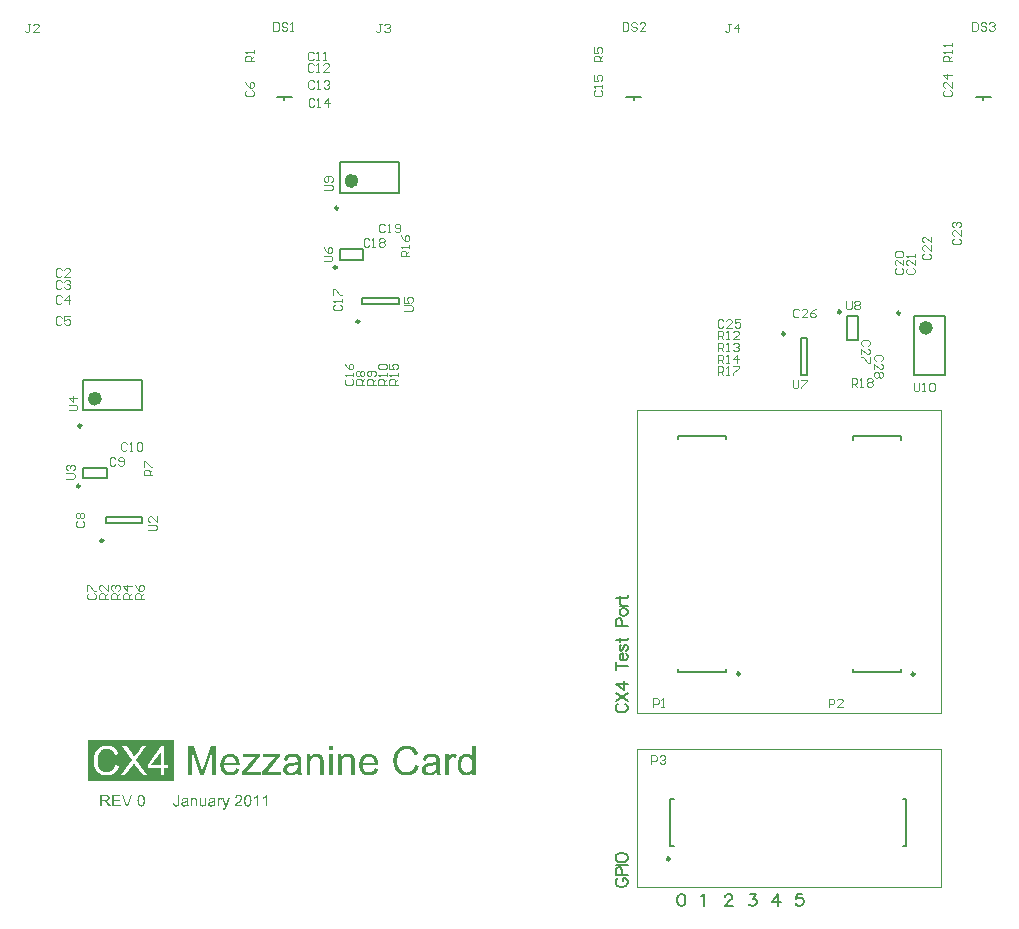
<source format=gto>
%FSLAX44Y44*%
%MOMM*%
G71*
G01*
G75*
G04 Layer_Color=16777215*
G04:AMPARAMS|DCode=10|XSize=0.5mm|YSize=0.6mm|CornerRadius=0.125mm|HoleSize=0mm|Usage=FLASHONLY|Rotation=0.000|XOffset=0mm|YOffset=0mm|HoleType=Round|Shape=RoundedRectangle|*
%AMROUNDEDRECTD10*
21,1,0.5000,0.3500,0,0,0.0*
21,1,0.2500,0.6000,0,0,0.0*
1,1,0.2500,0.1250,-0.1750*
1,1,0.2500,-0.1250,-0.1750*
1,1,0.2500,-0.1250,0.1750*
1,1,0.2500,0.1250,0.1750*
%
%ADD10ROUNDEDRECTD10*%
%ADD11R,0.6000X0.6000*%
%ADD12R,0.6000X0.6000*%
G04:AMPARAMS|DCode=13|XSize=0.5mm|YSize=0.6mm|CornerRadius=0.125mm|HoleSize=0mm|Usage=FLASHONLY|Rotation=270.000|XOffset=0mm|YOffset=0mm|HoleType=Round|Shape=RoundedRectangle|*
%AMROUNDEDRECTD13*
21,1,0.5000,0.3500,0,0,270.0*
21,1,0.2500,0.6000,0,0,270.0*
1,1,0.2500,-0.1750,-0.1250*
1,1,0.2500,-0.1750,0.1250*
1,1,0.2500,0.1750,0.1250*
1,1,0.2500,0.1750,-0.1250*
%
%ADD13ROUNDEDRECTD13*%
%ADD14R,1.0200X3.3000*%
%ADD15R,1.1000X2.6000*%
%ADD16R,2.6000X1.1000*%
%ADD17R,0.3050X2.6000*%
%ADD18R,3.3000X1.0200*%
%ADD19R,0.3500X0.8500*%
%ADD20R,0.8500X0.3500*%
%ADD21R,1.1000X1.4000*%
%ADD22R,1.4000X1.1000*%
%ADD23R,1.8000X1.1500*%
%ADD24R,0.4200X1.2200*%
%ADD25R,0.6000X1.8000*%
%ADD26R,1.2200X0.4200*%
%ADD27R,1.8000X0.6000*%
%ADD28C,0.3048*%
%ADD29C,0.5080*%
%ADD30C,0.2083*%
%ADD31C,0.1524*%
%ADD32C,0.1778*%
%ADD33C,0.2540*%
%ADD34C,0.2032*%
%ADD35C,8.0000*%
%ADD36C,2.2000*%
%ADD37C,1.8200*%
%ADD38C,0.4572*%
%ADD39C,0.8128*%
%ADD40C,0.4928*%
%ADD41C,0.4851*%
%ADD42C,1.0160*%
%ADD43C,4.8260*%
%ADD44C,3.2160*%
%ADD45C,2.8360*%
%ADD46C,2.1844*%
%ADD47C,1.2700*%
G04:AMPARAMS|DCode=48|XSize=1.5748mm|YSize=1.5748mm|CornerRadius=0mm|HoleSize=0mm|Usage=FLASHONLY|Rotation=0.000|XOffset=0mm|YOffset=0mm|HoleType=Round|Shape=Relief|Width=0.254mm|Gap=0.1524mm|Entries=4|*
%AMTHD48*
7,0,0,1.5748,1.2700,0.2540,45*
%
%ADD48THD48*%
G04:AMPARAMS|DCode=49|XSize=1.7272mm|YSize=1.7272mm|CornerRadius=0mm|HoleSize=0mm|Usage=FLASHONLY|Rotation=0.000|XOffset=0mm|YOffset=0mm|HoleType=Round|Shape=Relief|Width=0.254mm|Gap=0.1524mm|Entries=4|*
%AMTHD49*
7,0,0,1.7272,1.4224,0.2540,45*
%
%ADD49THD49*%
%ADD50C,1.4224*%
%ADD51R,0.4064X2.1590*%
%ADD52R,18.0340X0.5080*%
%ADD53R,1.8000X1.8000*%
%ADD54C,0.2500*%
%ADD55C,0.6000*%
%ADD56C,0.2000*%
%ADD57C,0.1000*%
%ADD58C,0.1016*%
G36*
X363410Y391478D02*
X363728Y391446D01*
X364109Y391414D01*
X364522Y391351D01*
X364966Y391287D01*
X365919Y391065D01*
X366427Y390906D01*
X366967Y390715D01*
X367475Y390493D01*
X367982Y390271D01*
X368490Y389953D01*
X368967Y389636D01*
X368998Y389604D01*
X369062Y389541D01*
X369221Y389445D01*
X369380Y389287D01*
X369570Y389096D01*
X369824Y388874D01*
X370078Y388588D01*
X370364Y388271D01*
X370649Y387921D01*
X370935Y387541D01*
X371221Y387096D01*
X371507Y386651D01*
X371792Y386143D01*
X372047Y385604D01*
X372300Y385000D01*
X372491Y384397D01*
X369316Y383635D01*
Y383667D01*
X369284Y383762D01*
X369221Y383889D01*
X369157Y384080D01*
X369062Y384302D01*
X368967Y384556D01*
X368681Y385127D01*
X368332Y385762D01*
X367919Y386398D01*
X367411Y387001D01*
X367125Y387255D01*
X366839Y387509D01*
X366808D01*
X366776Y387572D01*
X366681Y387636D01*
X366554Y387699D01*
X366395Y387794D01*
X366204Y387890D01*
X365728Y388144D01*
X365125Y388366D01*
X364426Y388557D01*
X363633Y388684D01*
X362744Y388747D01*
X362458D01*
X362267Y388715D01*
X362045D01*
X361759Y388684D01*
X361442Y388620D01*
X361093Y388588D01*
X360363Y388429D01*
X359569Y388176D01*
X358775Y387826D01*
X358394Y387636D01*
X358013Y387382D01*
X357981D01*
X357918Y387318D01*
X357822Y387255D01*
X357696Y387128D01*
X357378Y386842D01*
X356997Y386429D01*
X356553Y385921D01*
X356108Y385286D01*
X355695Y384588D01*
X355378Y383762D01*
Y383731D01*
X355346Y383667D01*
X355314Y383540D01*
X355251Y383381D01*
X355187Y383159D01*
X355124Y382905D01*
X355060Y382619D01*
X354997Y382333D01*
X354870Y381603D01*
X354743Y380810D01*
X354647Y379952D01*
X354616Y379063D01*
Y379031D01*
Y378936D01*
Y378778D01*
Y378555D01*
X354647Y378270D01*
X354679Y377952D01*
Y377603D01*
X354743Y377222D01*
X354838Y376365D01*
X354997Y375476D01*
X355219Y374523D01*
X355505Y373634D01*
Y373602D01*
X355536Y373539D01*
X355600Y373412D01*
X355695Y373253D01*
X355790Y373063D01*
X355886Y372840D01*
X356203Y372332D01*
X356616Y371761D01*
X357092Y371189D01*
X357664Y370649D01*
X358330Y370173D01*
X358362D01*
X358426Y370110D01*
X358521Y370078D01*
X358680Y369983D01*
X358839Y369919D01*
X359061Y369824D01*
X359569Y369602D01*
X360204Y369380D01*
X360902Y369221D01*
X361664Y369094D01*
X362490Y369030D01*
X362744D01*
X362934Y369062D01*
X363188Y369094D01*
X363442Y369126D01*
X363760Y369157D01*
X364077Y369221D01*
X364808Y369411D01*
X365569Y369697D01*
X365982Y369856D01*
X366363Y370078D01*
X366744Y370300D01*
X367094Y370586D01*
X367125Y370618D01*
X367189Y370649D01*
X367284Y370745D01*
X367411Y370872D01*
X367538Y371031D01*
X367729Y371253D01*
X367919Y371475D01*
X368110Y371761D01*
X368332Y372047D01*
X368554Y372396D01*
X368745Y372777D01*
X368967Y373190D01*
X369157Y373666D01*
X369348Y374142D01*
X369506Y374650D01*
X369665Y375221D01*
X372904Y374396D01*
Y374364D01*
X372840Y374237D01*
X372777Y374015D01*
X372713Y373729D01*
X372586Y373412D01*
X372427Y373031D01*
X372269Y372618D01*
X372047Y372142D01*
X371824Y371665D01*
X371539Y371157D01*
X371253Y370681D01*
X370904Y370173D01*
X370554Y369665D01*
X370141Y369189D01*
X369697Y368745D01*
X369221Y368332D01*
X369189Y368300D01*
X369094Y368237D01*
X368967Y368141D01*
X368745Y368014D01*
X368490Y367855D01*
X368173Y367665D01*
X367824Y367506D01*
X367443Y367316D01*
X366967Y367094D01*
X366490Y366935D01*
X365951Y366744D01*
X365379Y366586D01*
X364776Y366459D01*
X364141Y366363D01*
X363474Y366300D01*
X362775Y366268D01*
X362394D01*
X362109Y366300D01*
X361791Y366331D01*
X361379Y366363D01*
X360966Y366395D01*
X360490Y366459D01*
X359473Y366649D01*
X358394Y366935D01*
X357854Y367125D01*
X357314Y367347D01*
X356806Y367570D01*
X356330Y367855D01*
X356298Y367887D01*
X356235Y367919D01*
X356108Y368014D01*
X355918Y368173D01*
X355727Y368332D01*
X355473Y368522D01*
X355219Y368776D01*
X354933Y369062D01*
X354616Y369348D01*
X354330Y369697D01*
X354012Y370078D01*
X353695Y370522D01*
X353377Y370967D01*
X353092Y371443D01*
X352806Y371983D01*
X352552Y372523D01*
Y372555D01*
X352489Y372650D01*
X352425Y372840D01*
X352361Y373063D01*
X352266Y373348D01*
X352139Y373666D01*
X352044Y374047D01*
X351917Y374491D01*
X351790Y374967D01*
X351695Y375476D01*
X351568Y376015D01*
X351473Y376555D01*
X351345Y377793D01*
X351282Y379063D01*
Y379095D01*
Y379222D01*
Y379444D01*
X351314Y379698D01*
Y380047D01*
X351345Y380429D01*
X351409Y380841D01*
X351473Y381317D01*
X351536Y381825D01*
X351631Y382365D01*
X351885Y383476D01*
X352234Y384588D01*
X352457Y385159D01*
X352711Y385699D01*
X352743Y385731D01*
X352774Y385826D01*
X352869Y385985D01*
X352996Y386175D01*
X353124Y386398D01*
X353314Y386683D01*
X353536Y386969D01*
X353790Y387318D01*
X354362Y388017D01*
X355092Y388715D01*
X355918Y389414D01*
X356394Y389731D01*
X356870Y390017D01*
X356902Y390049D01*
X356997Y390080D01*
X357156Y390144D01*
X357346Y390239D01*
X357600Y390366D01*
X357886Y390493D01*
X358235Y390620D01*
X358616Y390779D01*
X359061Y390906D01*
X359505Y391033D01*
X360521Y391287D01*
X361632Y391446D01*
X362204Y391509D01*
X363157D01*
X363410Y391478D01*
D02*
G37*
G36*
X299879Y387668D02*
X296894D01*
Y391096D01*
X299879D01*
Y387668D01*
D02*
G37*
G36*
X313341Y384715D02*
X313754Y384683D01*
X314198Y384588D01*
X314706Y384492D01*
X315214Y384334D01*
X315722Y384143D01*
X315786Y384112D01*
X315944Y384048D01*
X316166Y383921D01*
X316484Y383731D01*
X316801Y383540D01*
X317119Y383286D01*
X317437Y382968D01*
X317722Y382651D01*
X317754Y382619D01*
X317817Y382492D01*
X317945Y382302D01*
X318103Y382016D01*
X318230Y381698D01*
X318389Y381317D01*
X318516Y380905D01*
X318643Y380429D01*
Y380397D01*
X318675Y380270D01*
X318706Y380047D01*
X318738Y379762D01*
X318770Y379349D01*
X318802Y378873D01*
X318834Y378270D01*
Y377539D01*
Y366681D01*
X315849D01*
Y377412D01*
Y377444D01*
Y377508D01*
Y377571D01*
Y377698D01*
X315817Y378047D01*
Y378428D01*
X315754Y378873D01*
X315690Y379317D01*
X315595Y379730D01*
X315468Y380111D01*
Y380143D01*
X315404Y380270D01*
X315309Y380429D01*
X315182Y380651D01*
X315023Y380873D01*
X314801Y381127D01*
X314547Y381349D01*
X314230Y381572D01*
X314198Y381603D01*
X314071Y381667D01*
X313881Y381762D01*
X313626Y381857D01*
X313341Y381953D01*
X312992Y382048D01*
X312579Y382111D01*
X312166Y382143D01*
X311975D01*
X311849Y382111D01*
X311467Y382080D01*
X311023Y381984D01*
X310515Y381857D01*
X309944Y381635D01*
X309372Y381317D01*
X308832Y380905D01*
X308769Y380841D01*
X308705Y380778D01*
X308610Y380651D01*
X308515Y380524D01*
X308388Y380333D01*
X308293Y380143D01*
X308165Y379889D01*
X308039Y379571D01*
X307911Y379254D01*
X307785Y378873D01*
X307689Y378460D01*
X307594Y377984D01*
X307530Y377476D01*
X307499Y376904D01*
X307467Y376301D01*
Y366681D01*
X304482D01*
Y384366D01*
X307181D01*
Y381825D01*
X307213Y381857D01*
X307276Y381953D01*
X307372Y382111D01*
X307530Y382270D01*
X307753Y382492D01*
X307975Y382746D01*
X308261Y383000D01*
X308610Y383286D01*
X308991Y383572D01*
X309404Y383826D01*
X309848Y384080D01*
X310356Y384302D01*
X310896Y384492D01*
X311467Y384619D01*
X312103Y384715D01*
X312769Y384747D01*
X313055D01*
X313341Y384715D01*
D02*
G37*
G36*
X421037Y366681D02*
X418243D01*
Y368935D01*
X418211Y368903D01*
X418179Y368808D01*
X418052Y368681D01*
X417925Y368522D01*
X417766Y368332D01*
X417544Y368110D01*
X417290Y367855D01*
X417005Y367633D01*
X416655Y367379D01*
X416306Y367125D01*
X415893Y366903D01*
X415449Y366712D01*
X414972Y366554D01*
X414433Y366427D01*
X413893Y366331D01*
X413290Y366300D01*
X413068D01*
X412940Y366331D01*
X412750D01*
X412528Y366363D01*
X412020Y366459D01*
X411417Y366586D01*
X410750Y366776D01*
X410051Y367062D01*
X409384Y367443D01*
X409353D01*
X409321Y367506D01*
X409226Y367570D01*
X409099Y367665D01*
X408781Y367919D01*
X408400Y368300D01*
X407956Y368745D01*
X407511Y369316D01*
X407067Y369951D01*
X406654Y370681D01*
Y370713D01*
X406622Y370776D01*
X406559Y370904D01*
X406495Y371062D01*
X406432Y371253D01*
X406368Y371475D01*
X406273Y371761D01*
X406178Y372078D01*
X406019Y372777D01*
X405860Y373602D01*
X405733Y374491D01*
X405701Y375476D01*
Y375507D01*
Y375602D01*
Y375729D01*
Y375920D01*
X405733Y376174D01*
Y376428D01*
X405765Y376745D01*
X405797Y377063D01*
X405924Y377825D01*
X406051Y378619D01*
X406273Y379444D01*
X406559Y380270D01*
Y380302D01*
X406590Y380365D01*
X406654Y380492D01*
X406717Y380619D01*
X406813Y380810D01*
X406940Y381000D01*
X407225Y381508D01*
X407607Y382016D01*
X408051Y382588D01*
X408591Y383096D01*
X409194Y383572D01*
X409226D01*
X409289Y383635D01*
X409384Y383667D01*
X409511Y383762D01*
X409670Y383857D01*
X409861Y383953D01*
X410369Y384175D01*
X410940Y384366D01*
X411607Y384556D01*
X412369Y384683D01*
X413163Y384747D01*
X413417D01*
X413734Y384715D01*
X414115Y384651D01*
X414560Y384588D01*
X415036Y384461D01*
X415512Y384270D01*
X415989Y384048D01*
X416052Y384016D01*
X416211Y383921D01*
X416433Y383794D01*
X416719Y383572D01*
X417036Y383318D01*
X417385Y383032D01*
X417735Y382683D01*
X418052Y382302D01*
Y391096D01*
X421037D01*
Y366681D01*
D02*
G37*
G36*
X138087Y349898D02*
X138163D01*
X138354Y349872D01*
X138570Y349834D01*
X138798Y349771D01*
X139040Y349695D01*
X139268Y349593D01*
X139281D01*
X139294Y349580D01*
X139370Y349529D01*
X139471Y349466D01*
X139611Y349364D01*
X139763Y349225D01*
X139929Y349072D01*
X140094Y348894D01*
X140246Y348679D01*
Y348666D01*
X140259Y348653D01*
X140284Y348615D01*
X140310Y348577D01*
X140373Y348450D01*
X140462Y348272D01*
X140564Y348056D01*
X140665Y347815D01*
X140754Y347523D01*
X140843Y347218D01*
Y347205D01*
X140856Y347180D01*
X140868Y347129D01*
X140881Y347066D01*
X140894Y346977D01*
X140919Y346875D01*
X140932Y346748D01*
X140957Y346608D01*
X140983Y346456D01*
X140995Y346278D01*
X141021Y346100D01*
X141033Y345885D01*
X141046Y345669D01*
X141059Y345440D01*
X141072Y345186D01*
Y344919D01*
Y344894D01*
Y344843D01*
Y344754D01*
Y344627D01*
X141059Y344487D01*
Y344322D01*
X141046Y344132D01*
X141033Y343929D01*
X140983Y343484D01*
X140919Y343014D01*
X140830Y342557D01*
X140779Y342341D01*
X140716Y342138D01*
Y342125D01*
X140703Y342087D01*
X140678Y342036D01*
X140653Y341960D01*
X140614Y341871D01*
X140564Y341770D01*
X140449Y341541D01*
X140297Y341274D01*
X140119Y341008D01*
X139903Y340741D01*
X139649Y340512D01*
X139636D01*
X139624Y340487D01*
X139573Y340462D01*
X139522Y340424D01*
X139459Y340385D01*
X139370Y340335D01*
X139281Y340284D01*
X139167Y340233D01*
X138913Y340119D01*
X138608Y340030D01*
X138265Y339966D01*
X138074Y339954D01*
X137884Y339941D01*
X137820D01*
X137744Y339954D01*
X137655D01*
X137528Y339966D01*
X137401Y339992D01*
X137249Y340030D01*
X137084Y340068D01*
X136906Y340119D01*
X136728Y340182D01*
X136538Y340271D01*
X136347Y340360D01*
X136169Y340474D01*
X135992Y340614D01*
X135827Y340766D01*
X135661Y340944D01*
X135649Y340957D01*
X135623Y341008D01*
X135573Y341071D01*
X135509Y341173D01*
X135445Y341312D01*
X135357Y341478D01*
X135280Y341668D01*
X135191Y341897D01*
X135103Y342163D01*
X135014Y342455D01*
X134925Y342773D01*
X134861Y343141D01*
X134798Y343535D01*
X134747Y343954D01*
X134722Y344424D01*
X134709Y344919D01*
Y344945D01*
Y344995D01*
Y345084D01*
Y345211D01*
X134722Y345351D01*
X134734Y345516D01*
Y345707D01*
X134760Y345910D01*
X134798Y346354D01*
X134861Y346824D01*
X134950Y347281D01*
X135001Y347497D01*
X135064Y347701D01*
Y347713D01*
X135077Y347751D01*
X135103Y347802D01*
X135128Y347878D01*
X135166Y347967D01*
X135217Y348069D01*
X135331Y348310D01*
X135484Y348564D01*
X135661Y348844D01*
X135877Y349110D01*
X136119Y349339D01*
X136131Y349352D01*
X136157Y349364D01*
X136195Y349390D01*
X136246Y349428D01*
X136309Y349466D01*
X136398Y349517D01*
X136487Y349567D01*
X136601Y349631D01*
X136855Y349733D01*
X137160Y349822D01*
X137503Y349885D01*
X137693Y349910D01*
X138011D01*
X138087Y349898D01*
D02*
G37*
G36*
X120294Y348717D02*
X114541D01*
Y345745D01*
X119926D01*
Y344589D01*
X114541D01*
Y341262D01*
X120523D01*
Y340106D01*
X113246D01*
Y349872D01*
X120294D01*
Y348717D01*
D02*
G37*
G36*
X175450Y347320D02*
X175654Y347307D01*
X175882Y347281D01*
X176136Y347243D01*
X176365Y347193D01*
X176593Y347116D01*
X176606D01*
X176619Y347104D01*
X176682Y347078D01*
X176784Y347028D01*
X176911Y346964D01*
X177051Y346888D01*
X177190Y346799D01*
X177317Y346685D01*
X177432Y346570D01*
X177444Y346558D01*
X177470Y346520D01*
X177521Y346443D01*
X177584Y346354D01*
X177648Y346240D01*
X177711Y346100D01*
X177762Y345948D01*
X177813Y345770D01*
Y345757D01*
X177825Y345707D01*
X177838Y345630D01*
X177851Y345516D01*
Y345364D01*
X177864Y345173D01*
X177876Y344945D01*
Y344665D01*
Y343065D01*
Y343052D01*
Y342989D01*
Y342913D01*
Y342798D01*
Y342671D01*
Y342519D01*
Y342354D01*
X177889Y342176D01*
Y341820D01*
X177902Y341478D01*
X177914Y341312D01*
Y341173D01*
X177927Y341059D01*
X177940Y340957D01*
Y340932D01*
X177952Y340881D01*
X177978Y340792D01*
X178003Y340690D01*
X178054Y340550D01*
X178105Y340411D01*
X178168Y340258D01*
X178244Y340106D01*
X176987D01*
X176975Y340119D01*
X176962Y340169D01*
X176924Y340246D01*
X176898Y340360D01*
X176847Y340487D01*
X176822Y340639D01*
X176784Y340804D01*
X176759Y340995D01*
X176746D01*
X176733Y340970D01*
X176695Y340944D01*
X176644Y340906D01*
X176517Y340804D01*
X176339Y340677D01*
X176149Y340550D01*
X175933Y340411D01*
X175692Y340284D01*
X175463Y340182D01*
X175450D01*
X175438Y340169D01*
X175400Y340157D01*
X175362Y340144D01*
X175235Y340106D01*
X175070Y340068D01*
X174879Y340030D01*
X174650Y339992D01*
X174409Y339966D01*
X174155Y339954D01*
X174041D01*
X173965Y339966D01*
X173863D01*
X173749Y339979D01*
X173495Y340030D01*
X173203Y340093D01*
X172910Y340195D01*
X172618Y340335D01*
X172491Y340411D01*
X172364Y340512D01*
X172352Y340525D01*
X172339Y340538D01*
X172263Y340614D01*
X172174Y340741D01*
X172060Y340906D01*
X171945Y341122D01*
X171844Y341363D01*
X171768Y341643D01*
X171755Y341795D01*
X171742Y341960D01*
Y341986D01*
Y342049D01*
X171755Y342151D01*
X171768Y342278D01*
X171793Y342417D01*
X171844Y342583D01*
X171894Y342748D01*
X171971Y342913D01*
X171983Y342938D01*
X172009Y342989D01*
X172072Y343065D01*
X172136Y343167D01*
X172225Y343268D01*
X172339Y343383D01*
X172453Y343497D01*
X172593Y343599D01*
X172606Y343611D01*
X172656Y343637D01*
X172745Y343687D01*
X172847Y343751D01*
X172974Y343814D01*
X173114Y343878D01*
X173279Y343941D01*
X173457Y343992D01*
X173469D01*
X173520Y344005D01*
X173609Y344030D01*
X173723Y344043D01*
X173876Y344081D01*
X174053Y344106D01*
X174269Y344132D01*
X174523Y344170D01*
X174536D01*
X174587Y344183D01*
X174663D01*
X174765Y344208D01*
X174879Y344221D01*
X175019Y344234D01*
X175171Y344259D01*
X175336Y344284D01*
X175679Y344348D01*
X176035Y344424D01*
X176365Y344500D01*
X176517Y344551D01*
X176657Y344589D01*
Y344602D01*
Y344627D01*
Y344665D01*
X176670Y344716D01*
Y344818D01*
Y344869D01*
Y344894D01*
Y344907D01*
Y344932D01*
Y344970D01*
Y345008D01*
X176657Y345148D01*
X176632Y345300D01*
X176581Y345478D01*
X176530Y345643D01*
X176441Y345808D01*
X176327Y345935D01*
X176301Y345948D01*
X176238Y345999D01*
X176136Y346062D01*
X175984Y346138D01*
X175781Y346215D01*
X175552Y346278D01*
X175273Y346329D01*
X174955Y346342D01*
X174816D01*
X174663Y346329D01*
X174485Y346304D01*
X174269Y346265D01*
X174066Y346215D01*
X173863Y346138D01*
X173698Y346037D01*
X173685Y346024D01*
X173634Y345986D01*
X173558Y345910D01*
X173482Y345796D01*
X173380Y345656D01*
X173291Y345478D01*
X173190Y345249D01*
X173114Y344995D01*
X171945Y345161D01*
Y345173D01*
X171958Y345199D01*
Y345237D01*
X171971Y345288D01*
X172009Y345427D01*
X172072Y345592D01*
X172136Y345783D01*
X172225Y345986D01*
X172339Y346189D01*
X172466Y346367D01*
X172479Y346393D01*
X172530Y346443D01*
X172618Y346520D01*
X172733Y346634D01*
X172885Y346748D01*
X173063Y346862D01*
X173279Y346977D01*
X173520Y347078D01*
X173533D01*
X173558Y347091D01*
X173596Y347104D01*
X173647Y347116D01*
X173711Y347142D01*
X173787Y347155D01*
X173990Y347205D01*
X174219Y347256D01*
X174498Y347294D01*
X174803Y347320D01*
X175133Y347332D01*
X175362D01*
X175450Y347320D01*
D02*
G37*
G36*
X228257Y349898D02*
X228333D01*
X228524Y349872D01*
X228740Y349834D01*
X228968Y349771D01*
X229210Y349695D01*
X229438Y349593D01*
X229451D01*
X229464Y349580D01*
X229540Y349529D01*
X229641Y349466D01*
X229781Y349364D01*
X229933Y349225D01*
X230099Y349072D01*
X230264Y348894D01*
X230416Y348679D01*
Y348666D01*
X230429Y348653D01*
X230454Y348615D01*
X230480Y348577D01*
X230543Y348450D01*
X230632Y348272D01*
X230734Y348056D01*
X230835Y347815D01*
X230924Y347523D01*
X231013Y347218D01*
Y347205D01*
X231026Y347180D01*
X231038Y347129D01*
X231051Y347066D01*
X231064Y346977D01*
X231089Y346875D01*
X231102Y346748D01*
X231127Y346608D01*
X231153Y346456D01*
X231165Y346278D01*
X231191Y346100D01*
X231203Y345885D01*
X231216Y345669D01*
X231229Y345440D01*
X231242Y345186D01*
Y344919D01*
Y344894D01*
Y344843D01*
Y344754D01*
Y344627D01*
X231229Y344487D01*
Y344322D01*
X231216Y344132D01*
X231203Y343929D01*
X231153Y343484D01*
X231089Y343014D01*
X231000Y342557D01*
X230949Y342341D01*
X230886Y342138D01*
Y342125D01*
X230873Y342087D01*
X230848Y342036D01*
X230823Y341960D01*
X230784Y341871D01*
X230734Y341770D01*
X230619Y341541D01*
X230467Y341274D01*
X230289Y341008D01*
X230073Y340741D01*
X229819Y340512D01*
X229806D01*
X229794Y340487D01*
X229743Y340462D01*
X229692Y340424D01*
X229629Y340385D01*
X229540Y340335D01*
X229451Y340284D01*
X229337Y340233D01*
X229083Y340119D01*
X228778Y340030D01*
X228435Y339966D01*
X228244Y339954D01*
X228054Y339941D01*
X227990D01*
X227914Y339954D01*
X227825D01*
X227698Y339966D01*
X227571Y339992D01*
X227419Y340030D01*
X227254Y340068D01*
X227076Y340119D01*
X226898Y340182D01*
X226708Y340271D01*
X226517Y340360D01*
X226339Y340474D01*
X226162Y340614D01*
X225996Y340766D01*
X225831Y340944D01*
X225819Y340957D01*
X225793Y341008D01*
X225742Y341071D01*
X225679Y341173D01*
X225616Y341312D01*
X225527Y341478D01*
X225450Y341668D01*
X225361Y341897D01*
X225273Y342163D01*
X225184Y342455D01*
X225095Y342773D01*
X225031Y343141D01*
X224968Y343535D01*
X224917Y343954D01*
X224892Y344424D01*
X224879Y344919D01*
Y344945D01*
Y344995D01*
Y345084D01*
Y345211D01*
X224892Y345351D01*
X224904Y345516D01*
Y345707D01*
X224930Y345910D01*
X224968Y346354D01*
X225031Y346824D01*
X225120Y347281D01*
X225171Y347497D01*
X225235Y347701D01*
Y347713D01*
X225247Y347751D01*
X225273Y347802D01*
X225298Y347878D01*
X225336Y347967D01*
X225387Y348069D01*
X225501Y348310D01*
X225654Y348564D01*
X225831Y348844D01*
X226047Y349110D01*
X226289Y349339D01*
X226301Y349352D01*
X226327Y349364D01*
X226365Y349390D01*
X226416Y349428D01*
X226479Y349466D01*
X226568Y349517D01*
X226657Y349567D01*
X226771Y349631D01*
X227025Y349733D01*
X227330Y349822D01*
X227673Y349885D01*
X227863Y349910D01*
X228181D01*
X228257Y349898D01*
D02*
G37*
G36*
X108039Y349860D02*
X108153D01*
X108293Y349847D01*
X108445Y349834D01*
X108763Y349809D01*
X109093Y349758D01*
X109410Y349695D01*
X109563Y349656D01*
X109690Y349606D01*
X109703D01*
X109715Y349593D01*
X109753Y349580D01*
X109804Y349555D01*
X109931Y349491D01*
X110084Y349390D01*
X110261Y349263D01*
X110439Y349098D01*
X110617Y348894D01*
X110782Y348666D01*
Y348653D01*
X110795Y348640D01*
X110820Y348602D01*
X110846Y348551D01*
X110909Y348412D01*
X110985Y348234D01*
X111061Y348018D01*
X111125Y347764D01*
X111176Y347485D01*
X111188Y347193D01*
Y347180D01*
Y347142D01*
Y347091D01*
X111176Y347015D01*
X111163Y346926D01*
X111150Y346824D01*
X111100Y346583D01*
X111023Y346304D01*
X110909Y346012D01*
X110833Y345872D01*
X110744Y345719D01*
X110630Y345580D01*
X110515Y345440D01*
X110503Y345427D01*
X110490Y345415D01*
X110439Y345377D01*
X110388Y345326D01*
X110312Y345275D01*
X110223Y345211D01*
X110122Y345135D01*
X110007Y345059D01*
X109868Y344983D01*
X109715Y344907D01*
X109537Y344830D01*
X109347Y344754D01*
X109144Y344691D01*
X108928Y344627D01*
X108687Y344576D01*
X108433Y344538D01*
X108458Y344526D01*
X108521Y344500D01*
X108610Y344449D01*
X108725Y344386D01*
X108979Y344221D01*
X109093Y344132D01*
X109207Y344043D01*
X109220D01*
X109233Y344018D01*
X109309Y343954D01*
X109410Y343840D01*
X109563Y343687D01*
X109728Y343510D01*
X109906Y343281D01*
X110096Y343027D01*
X110287Y342748D01*
X111976Y340106D01*
X110350D01*
X109068Y342125D01*
Y342138D01*
X109042Y342163D01*
X109017Y342214D01*
X108979Y342265D01*
X108928Y342341D01*
X108864Y342430D01*
X108737Y342621D01*
X108585Y342836D01*
X108433Y343052D01*
X108280Y343268D01*
X108128Y343459D01*
X108115Y343484D01*
X108064Y343535D01*
X108001Y343624D01*
X107912Y343713D01*
X107810Y343827D01*
X107696Y343941D01*
X107582Y344030D01*
X107467Y344119D01*
X107455Y344132D01*
X107417Y344145D01*
X107366Y344183D01*
X107290Y344221D01*
X107201Y344272D01*
X107099Y344310D01*
X106883Y344386D01*
X106870D01*
X106845Y344399D01*
X106794D01*
X106718Y344411D01*
X106616Y344424D01*
X106489D01*
X106350Y344437D01*
X104673D01*
Y340106D01*
X103378D01*
Y349872D01*
X107925D01*
X108039Y349860D01*
D02*
G37*
G36*
X286798Y384715D02*
X287211Y384683D01*
X287655Y384588D01*
X288163Y384492D01*
X288671Y384334D01*
X289179Y384143D01*
X289242Y384112D01*
X289401Y384048D01*
X289624Y383921D01*
X289941Y383731D01*
X290259Y383540D01*
X290576Y383286D01*
X290893Y382968D01*
X291179Y382651D01*
X291211Y382619D01*
X291275Y382492D01*
X291402Y382302D01*
X291560Y382016D01*
X291687Y381698D01*
X291846Y381317D01*
X291973Y380905D01*
X292100Y380429D01*
Y380397D01*
X292132Y380270D01*
X292164Y380047D01*
X292195Y379762D01*
X292227Y379349D01*
X292259Y378873D01*
X292290Y378270D01*
Y377539D01*
Y366681D01*
X289306D01*
Y377412D01*
Y377444D01*
Y377508D01*
Y377571D01*
Y377698D01*
X289274Y378047D01*
Y378428D01*
X289211Y378873D01*
X289147Y379317D01*
X289052Y379730D01*
X288925Y380111D01*
Y380143D01*
X288862Y380270D01*
X288766Y380429D01*
X288639Y380651D01*
X288480Y380873D01*
X288258Y381127D01*
X288004Y381349D01*
X287687Y381572D01*
X287655Y381603D01*
X287528Y381667D01*
X287337Y381762D01*
X287083Y381857D01*
X286798Y381953D01*
X286448Y382048D01*
X286036Y382111D01*
X285623Y382143D01*
X285432D01*
X285306Y382111D01*
X284925Y382080D01*
X284480Y381984D01*
X283972Y381857D01*
X283400Y381635D01*
X282829Y381317D01*
X282289Y380905D01*
X282226Y380841D01*
X282162Y380778D01*
X282067Y380651D01*
X281972Y380524D01*
X281845Y380333D01*
X281749Y380143D01*
X281623Y379889D01*
X281495Y379571D01*
X281369Y379254D01*
X281241Y378873D01*
X281146Y378460D01*
X281051Y377984D01*
X280987Y377476D01*
X280956Y376904D01*
X280924Y376301D01*
Y366681D01*
X277939D01*
Y384366D01*
X280638D01*
Y381825D01*
X280670Y381857D01*
X280734Y381953D01*
X280829Y382111D01*
X280987Y382270D01*
X281210Y382492D01*
X281432Y382746D01*
X281718Y383000D01*
X282067Y383286D01*
X282448Y383572D01*
X282861Y383826D01*
X283305Y384080D01*
X283813Y384302D01*
X284353Y384492D01*
X284925Y384619D01*
X285560Y384715D01*
X286226Y384747D01*
X286512D01*
X286798Y384715D01*
D02*
G37*
G36*
X238379Y382333D02*
X228822Y371126D01*
X226949Y369062D01*
X227044D01*
X227139Y369094D01*
X227457D01*
X227679Y369126D01*
X228187Y369157D01*
X228759Y369189D01*
X229394Y369221D01*
X230727Y369253D01*
X238919D01*
Y366681D01*
X223266D01*
Y369094D01*
X234506Y381984D01*
X234188D01*
X233839Y381953D01*
X233363D01*
X232854Y381921D01*
X232283D01*
X231712Y381889D01*
X223933D01*
Y384366D01*
X238379D01*
Y382333D01*
D02*
G37*
G36*
X255429D02*
X245872Y371126D01*
X243999Y369062D01*
X244094D01*
X244189Y369094D01*
X244507D01*
X244729Y369126D01*
X245237Y369157D01*
X245809Y369189D01*
X246444Y369221D01*
X247777Y369253D01*
X255968D01*
Y366681D01*
X240316D01*
Y369094D01*
X251555Y381984D01*
X251238D01*
X250889Y381953D01*
X250412D01*
X249904Y381921D01*
X249333D01*
X248761Y381889D01*
X240982D01*
Y384366D01*
X255429D01*
Y382333D01*
D02*
G37*
G36*
X213741Y384715D02*
X214027Y384683D01*
X214376Y384619D01*
X214789Y384556D01*
X215201Y384461D01*
X215646Y384334D01*
X216122Y384143D01*
X216598Y383953D01*
X217075Y383731D01*
X217583Y383445D01*
X218059Y383127D01*
X218503Y382746D01*
X218948Y382333D01*
X218980Y382302D01*
X219043Y382206D01*
X219170Y382080D01*
X219297Y381889D01*
X219456Y381635D01*
X219646Y381349D01*
X219869Y381000D01*
X220091Y380587D01*
X220282Y380111D01*
X220504Y379603D01*
X220694Y379063D01*
X220853Y378460D01*
X220980Y377793D01*
X221107Y377095D01*
X221171Y376333D01*
X221202Y375539D01*
Y375476D01*
Y375349D01*
Y375094D01*
X221171Y374745D01*
X207994D01*
Y374714D01*
Y374618D01*
X208026Y374459D01*
X208058Y374269D01*
X208090Y374015D01*
X208121Y373729D01*
X208248Y373094D01*
X208470Y372364D01*
X208756Y371634D01*
X209137Y370935D01*
X209359Y370618D01*
X209613Y370300D01*
X209645Y370269D01*
X209677Y370237D01*
X209772Y370173D01*
X209867Y370078D01*
X210217Y369824D01*
X210630Y369538D01*
X211169Y369253D01*
X211804Y369030D01*
X212535Y368840D01*
X212915Y368808D01*
X213328Y368776D01*
X213614D01*
X213900Y368808D01*
X214312Y368871D01*
X214725Y368998D01*
X215201Y369126D01*
X215678Y369348D01*
X216122Y369633D01*
X216186Y369665D01*
X216313Y369792D01*
X216535Y370014D01*
X216789Y370300D01*
X217075Y370681D01*
X217392Y371189D01*
X217710Y371761D01*
X217964Y372427D01*
X221075Y372015D01*
Y371983D01*
X221043Y371888D01*
X221012Y371761D01*
X220917Y371570D01*
X220853Y371348D01*
X220726Y371062D01*
X220472Y370459D01*
X220091Y369792D01*
X219615Y369094D01*
X219043Y368395D01*
X218377Y367792D01*
X218345D01*
X218281Y367729D01*
X218186Y367665D01*
X218027Y367570D01*
X217837Y367443D01*
X217583Y367316D01*
X217329Y367189D01*
X217011Y367062D01*
X216662Y366903D01*
X216281Y366776D01*
X215868Y366649D01*
X215424Y366522D01*
X214440Y366363D01*
X213900Y366331D01*
X213328Y366300D01*
X213169D01*
X212947Y366331D01*
X212693D01*
X212376Y366363D01*
X211995Y366427D01*
X211550Y366490D01*
X211106Y366586D01*
X210630Y366712D01*
X210121Y366871D01*
X209613Y367062D01*
X209105Y367316D01*
X208598Y367570D01*
X208090Y367887D01*
X207613Y368268D01*
X207169Y368681D01*
X207137Y368713D01*
X207073Y368808D01*
X206947Y368935D01*
X206819Y369126D01*
X206661Y369380D01*
X206470Y369665D01*
X206248Y370014D01*
X206057Y370396D01*
X205835Y370872D01*
X205613Y371348D01*
X205422Y371920D01*
X205264Y372491D01*
X205137Y373158D01*
X205010Y373825D01*
X204946Y374555D01*
X204914Y375349D01*
Y375412D01*
Y375539D01*
X204946Y375793D01*
Y376079D01*
X204978Y376460D01*
X205042Y376904D01*
X205105Y377380D01*
X205200Y377888D01*
X205327Y378428D01*
X205486Y379000D01*
X205645Y379571D01*
X205867Y380143D01*
X206153Y380714D01*
X206439Y381286D01*
X206788Y381794D01*
X207201Y382270D01*
X207232Y382302D01*
X207296Y382365D01*
X207423Y382492D01*
X207613Y382651D01*
X207836Y382841D01*
X208121Y383064D01*
X208439Y383286D01*
X208788Y383508D01*
X209201Y383731D01*
X209645Y383953D01*
X210153Y384175D01*
X210661Y384366D01*
X211233Y384524D01*
X211836Y384651D01*
X212471Y384715D01*
X213138Y384747D01*
X213487D01*
X213741Y384715D01*
D02*
G37*
G36*
X331248D02*
X331534Y384683D01*
X331883Y384619D01*
X332295Y384556D01*
X332708Y384461D01*
X333153Y384334D01*
X333629Y384143D01*
X334105Y383953D01*
X334581Y383731D01*
X335089Y383445D01*
X335566Y383127D01*
X336010Y382746D01*
X336455Y382333D01*
X336487Y382302D01*
X336550Y382206D01*
X336677Y382080D01*
X336804Y381889D01*
X336963Y381635D01*
X337153Y381349D01*
X337375Y381000D01*
X337598Y380587D01*
X337788Y380111D01*
X338010Y379603D01*
X338201Y379063D01*
X338360Y378460D01*
X338487Y377793D01*
X338614Y377095D01*
X338677Y376333D01*
X338709Y375539D01*
Y375476D01*
Y375349D01*
Y375094D01*
X338677Y374745D01*
X325501D01*
Y374714D01*
Y374618D01*
X325533Y374459D01*
X325564Y374269D01*
X325596Y374015D01*
X325628Y373729D01*
X325755Y373094D01*
X325977Y372364D01*
X326263Y371634D01*
X326644Y370935D01*
X326866Y370618D01*
X327120Y370300D01*
X327152Y370269D01*
X327184Y370237D01*
X327279Y370173D01*
X327374Y370078D01*
X327724Y369824D01*
X328136Y369538D01*
X328676Y369253D01*
X329311Y369030D01*
X330041Y368840D01*
X330422Y368808D01*
X330835Y368776D01*
X331121D01*
X331407Y368808D01*
X331819Y368871D01*
X332232Y368998D01*
X332708Y369126D01*
X333185Y369348D01*
X333629Y369633D01*
X333693Y369665D01*
X333820Y369792D01*
X334042Y370014D01*
X334296Y370300D01*
X334581Y370681D01*
X334899Y371189D01*
X335216Y371761D01*
X335471Y372427D01*
X338582Y372015D01*
Y371983D01*
X338550Y371888D01*
X338518Y371761D01*
X338423Y371570D01*
X338360Y371348D01*
X338233Y371062D01*
X337979Y370459D01*
X337598Y369792D01*
X337122Y369094D01*
X336550Y368395D01*
X335883Y367792D01*
X335852D01*
X335788Y367729D01*
X335693Y367665D01*
X335534Y367570D01*
X335344Y367443D01*
X335089Y367316D01*
X334836Y367189D01*
X334518Y367062D01*
X334169Y366903D01*
X333788Y366776D01*
X333375Y366649D01*
X332930Y366522D01*
X331946Y366363D01*
X331407Y366331D01*
X330835Y366300D01*
X330676D01*
X330454Y366331D01*
X330200D01*
X329883Y366363D01*
X329501Y366427D01*
X329057Y366490D01*
X328613Y366586D01*
X328136Y366712D01*
X327628Y366871D01*
X327120Y367062D01*
X326612Y367316D01*
X326104Y367570D01*
X325596Y367887D01*
X325120Y368268D01*
X324675Y368681D01*
X324644Y368713D01*
X324580Y368808D01*
X324453Y368935D01*
X324326Y369126D01*
X324168Y369380D01*
X323977Y369665D01*
X323755Y370014D01*
X323564Y370396D01*
X323342Y370872D01*
X323120Y371348D01*
X322929Y371920D01*
X322771Y372491D01*
X322644Y373158D01*
X322517Y373825D01*
X322453Y374555D01*
X322421Y375349D01*
Y375412D01*
Y375539D01*
X322453Y375793D01*
Y376079D01*
X322485Y376460D01*
X322548Y376904D01*
X322612Y377380D01*
X322707Y377888D01*
X322834Y378428D01*
X322993Y379000D01*
X323152Y379571D01*
X323374Y380143D01*
X323660Y380714D01*
X323945Y381286D01*
X324295Y381794D01*
X324707Y382270D01*
X324739Y382302D01*
X324803Y382365D01*
X324930Y382492D01*
X325120Y382651D01*
X325342Y382841D01*
X325628Y383064D01*
X325946Y383286D01*
X326295Y383508D01*
X326707Y383731D01*
X327152Y383953D01*
X327660Y384175D01*
X328168Y384366D01*
X328740Y384524D01*
X329343Y384651D01*
X329978Y384715D01*
X330644Y384747D01*
X330994D01*
X331248Y384715D01*
D02*
G37*
G36*
X267240D02*
X267748Y384683D01*
X268319Y384619D01*
X268954Y384524D01*
X269526Y384397D01*
X270097Y384207D01*
X270129D01*
X270161Y384175D01*
X270319Y384112D01*
X270574Y383984D01*
X270891Y383826D01*
X271240Y383635D01*
X271590Y383413D01*
X271907Y383127D01*
X272193Y382841D01*
X272225Y382810D01*
X272288Y382715D01*
X272415Y382524D01*
X272574Y382302D01*
X272733Y382016D01*
X272891Y381667D01*
X273018Y381286D01*
X273145Y380841D01*
Y380810D01*
X273177Y380682D01*
X273209Y380492D01*
X273241Y380206D01*
Y379825D01*
X273272Y379349D01*
X273304Y378778D01*
Y378079D01*
Y374078D01*
Y374047D01*
Y373888D01*
Y373698D01*
Y373412D01*
Y373094D01*
Y372713D01*
Y372300D01*
X273336Y371856D01*
Y370967D01*
X273368Y370110D01*
X273399Y369697D01*
Y369348D01*
X273431Y369062D01*
X273463Y368808D01*
Y368745D01*
X273494Y368618D01*
X273558Y368395D01*
X273622Y368141D01*
X273748Y367792D01*
X273876Y367443D01*
X274034Y367062D01*
X274225Y366681D01*
X271082D01*
X271050Y366712D01*
X271018Y366839D01*
X270923Y367030D01*
X270859Y367316D01*
X270732Y367633D01*
X270669Y368014D01*
X270574Y368427D01*
X270510Y368903D01*
X270478D01*
X270446Y368840D01*
X270351Y368776D01*
X270224Y368681D01*
X269907Y368427D01*
X269462Y368110D01*
X268986Y367792D01*
X268446Y367443D01*
X267843Y367125D01*
X267271Y366871D01*
X267240D01*
X267208Y366839D01*
X267113Y366808D01*
X267017Y366776D01*
X266700Y366681D01*
X266287Y366586D01*
X265811Y366490D01*
X265240Y366395D01*
X264636Y366331D01*
X264001Y366300D01*
X263715D01*
X263525Y366331D01*
X263271D01*
X262985Y366363D01*
X262350Y366490D01*
X261620Y366649D01*
X260890Y366903D01*
X260159Y367252D01*
X259842Y367443D01*
X259524Y367697D01*
X259493Y367729D01*
X259461Y367760D01*
X259270Y367951D01*
X259048Y368268D01*
X258762Y368681D01*
X258477Y369221D01*
X258223Y369824D01*
X258032Y370522D01*
X258001Y370904D01*
X257969Y371316D01*
Y371380D01*
Y371539D01*
X258001Y371792D01*
X258032Y372110D01*
X258096Y372459D01*
X258223Y372872D01*
X258350Y373285D01*
X258540Y373698D01*
X258572Y373761D01*
X258636Y373888D01*
X258794Y374078D01*
X258953Y374333D01*
X259175Y374586D01*
X259461Y374872D01*
X259747Y375158D01*
X260096Y375412D01*
X260128Y375444D01*
X260255Y375507D01*
X260477Y375634D01*
X260731Y375793D01*
X261049Y375952D01*
X261398Y376110D01*
X261810Y376269D01*
X262255Y376396D01*
X262287D01*
X262414Y376428D01*
X262636Y376492D01*
X262922Y376523D01*
X263303Y376618D01*
X263747Y376682D01*
X264287Y376745D01*
X264922Y376841D01*
X264954D01*
X265081Y376872D01*
X265271D01*
X265525Y376936D01*
X265811Y376968D01*
X266160Y377000D01*
X266541Y377063D01*
X266954Y377127D01*
X267811Y377285D01*
X268700Y377476D01*
X269526Y377666D01*
X269907Y377793D01*
X270256Y377888D01*
Y377920D01*
Y377984D01*
Y378079D01*
X270288Y378206D01*
Y378460D01*
Y378587D01*
Y378651D01*
Y378682D01*
Y378746D01*
Y378841D01*
Y378936D01*
X270256Y379286D01*
X270193Y379666D01*
X270065Y380111D01*
X269939Y380524D01*
X269716Y380937D01*
X269431Y381254D01*
X269367Y381286D01*
X269208Y381413D01*
X268954Y381572D01*
X268573Y381762D01*
X268065Y381953D01*
X267494Y382111D01*
X266795Y382238D01*
X266001Y382270D01*
X265652D01*
X265271Y382238D01*
X264827Y382175D01*
X264287Y382080D01*
X263779Y381953D01*
X263271Y381762D01*
X262858Y381508D01*
X262826Y381476D01*
X262700Y381381D01*
X262509Y381190D01*
X262318Y380905D01*
X262064Y380555D01*
X261842Y380111D01*
X261588Y379539D01*
X261398Y378904D01*
X258477Y379317D01*
Y379349D01*
X258508Y379412D01*
Y379508D01*
X258540Y379635D01*
X258636Y379984D01*
X258794Y380397D01*
X258953Y380873D01*
X259175Y381381D01*
X259461Y381889D01*
X259778Y382333D01*
X259810Y382397D01*
X259937Y382524D01*
X260159Y382715D01*
X260445Y383000D01*
X260826Y383286D01*
X261271Y383572D01*
X261810Y383857D01*
X262414Y384112D01*
X262446D01*
X262509Y384143D01*
X262604Y384175D01*
X262731Y384207D01*
X262890Y384270D01*
X263081Y384302D01*
X263589Y384429D01*
X264160Y384556D01*
X264858Y384651D01*
X265620Y384715D01*
X266446Y384747D01*
X267017D01*
X267240Y384715D01*
D02*
G37*
G36*
X201105Y366681D02*
X197993D01*
Y387128D01*
X190849Y366681D01*
X187960D01*
X180912Y387477D01*
Y366681D01*
X177800D01*
Y391096D01*
X182626D01*
X188405Y373793D01*
Y373761D01*
X188436Y373698D01*
X188468Y373571D01*
X188531Y373412D01*
X188595Y373190D01*
X188690Y372967D01*
X188849Y372427D01*
X189039Y371856D01*
X189230Y371253D01*
X189421Y370681D01*
X189579Y370173D01*
X189611Y370237D01*
X189674Y370427D01*
X189770Y370745D01*
X189897Y371157D01*
X190087Y371729D01*
X190310Y372396D01*
X190564Y373190D01*
X190881Y374110D01*
X196755Y391096D01*
X201105D01*
Y366681D01*
D02*
G37*
G36*
X402495Y384683D02*
X402876Y384619D01*
X403352Y384492D01*
X403892Y384334D01*
X404431Y384080D01*
X405035Y383762D01*
X403987Y381000D01*
X403923Y381032D01*
X403797Y381095D01*
X403574Y381190D01*
X403288Y381317D01*
X402971Y381445D01*
X402590Y381540D01*
X402177Y381603D01*
X401764Y381635D01*
X401606D01*
X401415Y381603D01*
X401161Y381572D01*
X400907Y381476D01*
X400590Y381381D01*
X400304Y381222D01*
X399986Y381032D01*
X399955Y381000D01*
X399860Y380937D01*
X399733Y380778D01*
X399574Y380587D01*
X399383Y380365D01*
X399193Y380079D01*
X399034Y379762D01*
X398875Y379381D01*
Y379349D01*
X398843Y379317D01*
Y379222D01*
X398812Y379095D01*
X398717Y378778D01*
X398653Y378365D01*
X398558Y377825D01*
X398462Y377253D01*
X398431Y376587D01*
X398399Y375888D01*
Y366681D01*
X395415D01*
Y384366D01*
X398113D01*
Y381667D01*
X398145Y381730D01*
X398209Y381825D01*
X398272Y381953D01*
X398494Y382270D01*
X398717Y382651D01*
X399002Y383096D01*
X399320Y383508D01*
X399669Y383857D01*
X399986Y384143D01*
X400018Y384175D01*
X400145Y384239D01*
X400336Y384334D01*
X400558Y384461D01*
X400844Y384556D01*
X401193Y384651D01*
X401542Y384715D01*
X401923Y384747D01*
X402177D01*
X402495Y384683D01*
D02*
G37*
G36*
X299879Y366681D02*
X296894D01*
Y384366D01*
X299879D01*
Y366681D01*
D02*
G37*
G36*
X384747Y384715D02*
X385255Y384683D01*
X385826Y384619D01*
X386461Y384524D01*
X387033Y384397D01*
X387604Y384207D01*
X387636D01*
X387668Y384175D01*
X387826Y384112D01*
X388080Y383984D01*
X388398Y383826D01*
X388747Y383635D01*
X389096Y383413D01*
X389414Y383127D01*
X389700Y382841D01*
X389731Y382810D01*
X389795Y382715D01*
X389922Y382524D01*
X390080Y382302D01*
X390239Y382016D01*
X390398Y381667D01*
X390525Y381286D01*
X390652Y380841D01*
Y380810D01*
X390684Y380682D01*
X390715Y380492D01*
X390747Y380206D01*
Y379825D01*
X390779Y379349D01*
X390811Y378778D01*
Y378079D01*
Y374078D01*
Y374047D01*
Y373888D01*
Y373698D01*
Y373412D01*
Y373094D01*
Y372713D01*
Y372300D01*
X390843Y371856D01*
Y370967D01*
X390874Y370110D01*
X390906Y369697D01*
Y369348D01*
X390938Y369062D01*
X390970Y368808D01*
Y368745D01*
X391001Y368618D01*
X391065Y368395D01*
X391128Y368141D01*
X391255Y367792D01*
X391382Y367443D01*
X391541Y367062D01*
X391731Y366681D01*
X388588D01*
X388557Y366712D01*
X388525Y366839D01*
X388429Y367030D01*
X388366Y367316D01*
X388239Y367633D01*
X388176Y368014D01*
X388080Y368427D01*
X388017Y368903D01*
X387985D01*
X387953Y368840D01*
X387858Y368776D01*
X387731Y368681D01*
X387413Y368427D01*
X386969Y368110D01*
X386493Y367792D01*
X385953Y367443D01*
X385350Y367125D01*
X384778Y366871D01*
X384747D01*
X384715Y366839D01*
X384619Y366808D01*
X384524Y366776D01*
X384207Y366681D01*
X383794Y366586D01*
X383318Y366490D01*
X382746Y366395D01*
X382143Y366331D01*
X381508Y366300D01*
X381222D01*
X381032Y366331D01*
X380778D01*
X380492Y366363D01*
X379857Y366490D01*
X379127Y366649D01*
X378396Y366903D01*
X377666Y367252D01*
X377349Y367443D01*
X377031Y367697D01*
X377000Y367729D01*
X376968Y367760D01*
X376777Y367951D01*
X376555Y368268D01*
X376269Y368681D01*
X375984Y369221D01*
X375729Y369824D01*
X375539Y370522D01*
X375507Y370904D01*
X375476Y371316D01*
Y371380D01*
Y371539D01*
X375507Y371792D01*
X375539Y372110D01*
X375602Y372459D01*
X375729Y372872D01*
X375857Y373285D01*
X376047Y373698D01*
X376079Y373761D01*
X376142Y373888D01*
X376301Y374078D01*
X376460Y374333D01*
X376682Y374586D01*
X376968Y374872D01*
X377253Y375158D01*
X377603Y375412D01*
X377635Y375444D01*
X377761Y375507D01*
X377984Y375634D01*
X378238Y375793D01*
X378555Y375952D01*
X378904Y376110D01*
X379317Y376269D01*
X379762Y376396D01*
X379794D01*
X379921Y376428D01*
X380143Y376492D01*
X380429Y376523D01*
X380810Y376618D01*
X381254Y376682D01*
X381794Y376745D01*
X382429Y376841D01*
X382461D01*
X382588Y376872D01*
X382778D01*
X383032Y376936D01*
X383318Y376968D01*
X383667Y377000D01*
X384048Y377063D01*
X384461Y377127D01*
X385318Y377285D01*
X386207Y377476D01*
X387033Y377666D01*
X387413Y377793D01*
X387763Y377888D01*
Y377920D01*
Y377984D01*
Y378079D01*
X387794Y378206D01*
Y378460D01*
Y378587D01*
Y378651D01*
Y378682D01*
Y378746D01*
Y378841D01*
Y378936D01*
X387763Y379286D01*
X387699Y379666D01*
X387572Y380111D01*
X387445Y380524D01*
X387223Y380937D01*
X386937Y381254D01*
X386874Y381286D01*
X386715Y381413D01*
X386461Y381572D01*
X386080Y381762D01*
X385572Y381953D01*
X385000Y382111D01*
X384302Y382238D01*
X383508Y382270D01*
X383159D01*
X382778Y382238D01*
X382333Y382175D01*
X381794Y382080D01*
X381286Y381953D01*
X380778Y381762D01*
X380365Y381508D01*
X380333Y381476D01*
X380206Y381381D01*
X380016Y381190D01*
X379825Y380905D01*
X379571Y380555D01*
X379349Y380111D01*
X379095Y379539D01*
X378904Y378904D01*
X375984Y379317D01*
Y379349D01*
X376015Y379412D01*
Y379508D01*
X376047Y379635D01*
X376142Y379984D01*
X376301Y380397D01*
X376460Y380873D01*
X376682Y381381D01*
X376968Y381889D01*
X377285Y382333D01*
X377317Y382397D01*
X377444Y382524D01*
X377666Y382715D01*
X377952Y383000D01*
X378333Y383286D01*
X378778Y383572D01*
X379317Y383857D01*
X379921Y384112D01*
X379952D01*
X380016Y384143D01*
X380111Y384175D01*
X380238Y384207D01*
X380397Y384270D01*
X380587Y384302D01*
X381095Y384429D01*
X381667Y384556D01*
X382365Y384651D01*
X383127Y384715D01*
X383953Y384747D01*
X384524D01*
X384747Y384715D01*
D02*
G37*
G36*
X198196Y347320D02*
X198399Y347307D01*
X198628Y347281D01*
X198882Y347243D01*
X199111Y347193D01*
X199339Y347116D01*
X199352D01*
X199365Y347104D01*
X199428Y347078D01*
X199530Y347028D01*
X199657Y346964D01*
X199796Y346888D01*
X199936Y346799D01*
X200063Y346685D01*
X200177Y346570D01*
X200190Y346558D01*
X200215Y346520D01*
X200266Y346443D01*
X200330Y346354D01*
X200393Y346240D01*
X200457Y346100D01*
X200508Y345948D01*
X200558Y345770D01*
Y345757D01*
X200571Y345707D01*
X200584Y345630D01*
X200597Y345516D01*
Y345364D01*
X200609Y345173D01*
X200622Y344945D01*
Y344665D01*
Y343065D01*
Y343052D01*
Y342989D01*
Y342913D01*
Y342798D01*
Y342671D01*
Y342519D01*
Y342354D01*
X200635Y342176D01*
Y341820D01*
X200647Y341478D01*
X200660Y341312D01*
Y341173D01*
X200673Y341059D01*
X200685Y340957D01*
Y340932D01*
X200698Y340881D01*
X200723Y340792D01*
X200749Y340690D01*
X200800Y340550D01*
X200851Y340411D01*
X200914Y340258D01*
X200990Y340106D01*
X199733D01*
X199720Y340119D01*
X199708Y340169D01*
X199669Y340246D01*
X199644Y340360D01*
X199593Y340487D01*
X199568Y340639D01*
X199530Y340804D01*
X199504Y340995D01*
X199492D01*
X199479Y340970D01*
X199441Y340944D01*
X199390Y340906D01*
X199263Y340804D01*
X199085Y340677D01*
X198895Y340550D01*
X198679Y340411D01*
X198438Y340284D01*
X198209Y340182D01*
X198196D01*
X198183Y340169D01*
X198145Y340157D01*
X198107Y340144D01*
X197980Y340106D01*
X197815Y340068D01*
X197625Y340030D01*
X197396Y339992D01*
X197155Y339966D01*
X196901Y339954D01*
X196786D01*
X196710Y339966D01*
X196609D01*
X196494Y339979D01*
X196240Y340030D01*
X195948Y340093D01*
X195656Y340195D01*
X195364Y340335D01*
X195237Y340411D01*
X195110Y340512D01*
X195097Y340525D01*
X195085Y340538D01*
X195009Y340614D01*
X194920Y340741D01*
X194805Y340906D01*
X194691Y341122D01*
X194589Y341363D01*
X194513Y341643D01*
X194501Y341795D01*
X194488Y341960D01*
Y341986D01*
Y342049D01*
X194501Y342151D01*
X194513Y342278D01*
X194539Y342417D01*
X194589Y342583D01*
X194640Y342748D01*
X194716Y342913D01*
X194729Y342938D01*
X194755Y342989D01*
X194818Y343065D01*
X194881Y343167D01*
X194970Y343268D01*
X195085Y343383D01*
X195199Y343497D01*
X195339Y343599D01*
X195351Y343611D01*
X195402Y343637D01*
X195491Y343687D01*
X195593Y343751D01*
X195720Y343814D01*
X195859Y343878D01*
X196024Y343941D01*
X196202Y343992D01*
X196215D01*
X196266Y344005D01*
X196355Y344030D01*
X196469Y344043D01*
X196621Y344081D01*
X196799Y344106D01*
X197015Y344132D01*
X197269Y344170D01*
X197282D01*
X197333Y344183D01*
X197409D01*
X197510Y344208D01*
X197625Y344221D01*
X197764Y344234D01*
X197917Y344259D01*
X198082Y344284D01*
X198425Y344348D01*
X198780Y344424D01*
X199111Y344500D01*
X199263Y344551D01*
X199403Y344589D01*
Y344602D01*
Y344627D01*
Y344665D01*
X199415Y344716D01*
Y344818D01*
Y344869D01*
Y344894D01*
Y344907D01*
Y344932D01*
Y344970D01*
Y345008D01*
X199403Y345148D01*
X199377Y345300D01*
X199326Y345478D01*
X199276Y345643D01*
X199187Y345808D01*
X199072Y345935D01*
X199047Y345948D01*
X198984Y345999D01*
X198882Y346062D01*
X198730Y346138D01*
X198526Y346215D01*
X198298Y346278D01*
X198018Y346329D01*
X197701Y346342D01*
X197561D01*
X197409Y346329D01*
X197231Y346304D01*
X197015Y346265D01*
X196812Y346215D01*
X196609Y346138D01*
X196444Y346037D01*
X196431Y346024D01*
X196380Y345986D01*
X196304Y345910D01*
X196228Y345796D01*
X196126Y345656D01*
X196037Y345478D01*
X195936Y345249D01*
X195859Y344995D01*
X194691Y345161D01*
Y345173D01*
X194704Y345199D01*
Y345237D01*
X194716Y345288D01*
X194755Y345427D01*
X194818Y345592D01*
X194881Y345783D01*
X194970Y345986D01*
X195085Y346189D01*
X195212Y346367D01*
X195224Y346393D01*
X195275Y346443D01*
X195364Y346520D01*
X195478Y346634D01*
X195631Y346748D01*
X195809Y346862D01*
X196024Y346977D01*
X196266Y347078D01*
X196278D01*
X196304Y347091D01*
X196342Y347104D01*
X196393Y347116D01*
X196456Y347142D01*
X196532Y347155D01*
X196736Y347205D01*
X196964Y347256D01*
X197244Y347294D01*
X197549Y347320D01*
X197879Y347332D01*
X198107D01*
X198196Y347320D01*
D02*
G37*
G36*
X126441Y340106D02*
X125095D01*
X121310Y349872D01*
X122720D01*
X125260Y342773D01*
Y342760D01*
X125273Y342735D01*
X125286Y342684D01*
X125311Y342633D01*
X125336Y342557D01*
X125362Y342468D01*
X125438Y342252D01*
X125514Y342011D01*
X125603Y341744D01*
X125692Y341452D01*
X125768Y341173D01*
Y341185D01*
X125781Y341211D01*
X125794Y341249D01*
X125806Y341312D01*
X125832Y341389D01*
X125857Y341465D01*
X125920Y341668D01*
X125997Y341909D01*
X126086Y342189D01*
X126187Y342481D01*
X126301Y342773D01*
X128943Y349872D01*
X130251D01*
X126441Y340106D01*
D02*
G37*
G36*
X170193Y343218D02*
Y343205D01*
Y343167D01*
Y343103D01*
Y343014D01*
X170180Y342913D01*
Y342798D01*
X170167Y342659D01*
X170155Y342519D01*
X170117Y342214D01*
X170066Y341897D01*
X169989Y341592D01*
X169939Y341440D01*
X169888Y341312D01*
Y341300D01*
X169875Y341287D01*
X169862Y341249D01*
X169837Y341198D01*
X169761Y341084D01*
X169659Y340932D01*
X169532Y340766D01*
X169367Y340601D01*
X169177Y340436D01*
X168948Y340284D01*
X168935D01*
X168923Y340271D01*
X168885Y340258D01*
X168834Y340233D01*
X168707Y340169D01*
X168516Y340119D01*
X168300Y340055D01*
X168046Y339992D01*
X167754Y339954D01*
X167437Y339941D01*
X167310D01*
X167221Y339954D01*
X167119Y339966D01*
X166992Y339979D01*
X166853Y340004D01*
X166713Y340030D01*
X166395Y340119D01*
X166230Y340182D01*
X166065Y340258D01*
X165900Y340335D01*
X165748Y340436D01*
X165608Y340550D01*
X165468Y340677D01*
X165456Y340690D01*
X165443Y340716D01*
X165405Y340754D01*
X165367Y340817D01*
X165316Y340893D01*
X165252Y340982D01*
X165189Y341097D01*
X165125Y341224D01*
X165075Y341376D01*
X165011Y341541D01*
X164960Y341719D01*
X164909Y341909D01*
X164871Y342125D01*
X164833Y342354D01*
X164821Y342595D01*
Y342862D01*
X165989Y343027D01*
Y343014D01*
Y342976D01*
Y342925D01*
X166002Y342849D01*
X166014Y342760D01*
X166027Y342659D01*
X166052Y342417D01*
X166103Y342163D01*
X166180Y341909D01*
X166268Y341681D01*
X166332Y341592D01*
X166395Y341503D01*
X166408Y341490D01*
X166472Y341440D01*
X166548Y341376D01*
X166675Y341300D01*
X166814Y341224D01*
X166992Y341160D01*
X167208Y341109D01*
X167437Y341097D01*
X167513D01*
X167615Y341109D01*
X167729Y341122D01*
X167856Y341147D01*
X167996Y341185D01*
X168135Y341236D01*
X168275Y341312D01*
X168288Y341325D01*
X168339Y341351D01*
X168389Y341401D01*
X168465Y341478D01*
X168554Y341567D01*
X168631Y341668D01*
X168707Y341782D01*
X168758Y341922D01*
X168770Y341935D01*
X168783Y341998D01*
X168808Y342087D01*
X168834Y342214D01*
X168859Y342392D01*
X168872Y342595D01*
X168897Y342849D01*
Y343141D01*
Y349872D01*
X170193D01*
Y343218D01*
D02*
G37*
G36*
X193015Y340106D02*
X191948D01*
Y341147D01*
X191935Y341135D01*
X191910Y341097D01*
X191859Y341033D01*
X191795Y340957D01*
X191707Y340868D01*
X191605Y340766D01*
X191491Y340665D01*
X191351Y340550D01*
X191199Y340436D01*
X191033Y340335D01*
X190843Y340233D01*
X190652Y340144D01*
X190436Y340068D01*
X190208Y340004D01*
X189954Y339966D01*
X189700Y339954D01*
X189598D01*
X189471Y339966D01*
X189319Y339979D01*
X189141Y340004D01*
X188951Y340055D01*
X188735Y340106D01*
X188531Y340182D01*
X188506Y340195D01*
X188443Y340220D01*
X188341Y340284D01*
X188227Y340347D01*
X188100Y340436D01*
X187960Y340538D01*
X187833Y340652D01*
X187719Y340779D01*
X187706Y340792D01*
X187681Y340843D01*
X187630Y340919D01*
X187579Y341033D01*
X187516Y341160D01*
X187452Y341312D01*
X187401Y341490D01*
X187350Y341681D01*
Y341693D01*
X187338Y341744D01*
X187325Y341833D01*
Y341960D01*
X187312Y342113D01*
X187300Y342303D01*
X187287Y342532D01*
Y342798D01*
Y347180D01*
X188481D01*
Y343256D01*
Y343243D01*
Y343218D01*
Y343167D01*
Y343103D01*
Y343027D01*
Y342938D01*
X188493Y342748D01*
Y342532D01*
X188506Y342328D01*
X188519Y342138D01*
X188531Y342049D01*
X188544Y341986D01*
Y341960D01*
X188570Y341909D01*
X188595Y341820D01*
X188646Y341719D01*
X188709Y341605D01*
X188798Y341478D01*
X188900Y341363D01*
X189027Y341249D01*
X189039Y341236D01*
X189090Y341211D01*
X189167Y341160D01*
X189281Y341122D01*
X189408Y341071D01*
X189560Y341020D01*
X189738Y340995D01*
X189928Y340982D01*
X190017D01*
X190132Y340995D01*
X190259Y341020D01*
X190411Y341046D01*
X190589Y341097D01*
X190767Y341160D01*
X190944Y341249D01*
X190970Y341262D01*
X191021Y341300D01*
X191110Y341363D01*
X191211Y341452D01*
X191325Y341554D01*
X191427Y341681D01*
X191529Y341833D01*
X191618Y341998D01*
X191630Y342024D01*
X191656Y342087D01*
X191681Y342201D01*
X191719Y342354D01*
X191757Y342544D01*
X191795Y342786D01*
X191808Y343065D01*
X191821Y343383D01*
Y347180D01*
X193015D01*
Y340106D01*
D02*
G37*
G36*
X205296Y347307D02*
X205448Y347281D01*
X205638Y347231D01*
X205854Y347167D01*
X206070Y347066D01*
X206311Y346939D01*
X205892Y345834D01*
X205867Y345846D01*
X205816Y345872D01*
X205727Y345910D01*
X205613Y345961D01*
X205486Y346012D01*
X205334Y346050D01*
X205168Y346075D01*
X205003Y346088D01*
X204940D01*
X204864Y346075D01*
X204762Y346062D01*
X204660Y346024D01*
X204534Y345986D01*
X204419Y345923D01*
X204292Y345846D01*
X204279Y345834D01*
X204241Y345808D01*
X204191Y345745D01*
X204127Y345669D01*
X204051Y345580D01*
X203975Y345465D01*
X203911Y345338D01*
X203848Y345186D01*
Y345173D01*
X203835Y345161D01*
Y345122D01*
X203822Y345072D01*
X203784Y344945D01*
X203759Y344780D01*
X203721Y344564D01*
X203683Y344335D01*
X203670Y344068D01*
X203657Y343789D01*
Y340106D01*
X202463D01*
Y347180D01*
X203543D01*
Y346100D01*
X203556Y346126D01*
X203581Y346164D01*
X203606Y346215D01*
X203695Y346342D01*
X203784Y346494D01*
X203899Y346672D01*
X204025Y346837D01*
X204165Y346977D01*
X204292Y347091D01*
X204305Y347104D01*
X204356Y347129D01*
X204432Y347167D01*
X204521Y347218D01*
X204635Y347256D01*
X204775Y347294D01*
X204914Y347320D01*
X205067Y347332D01*
X205168D01*
X205296Y347307D01*
D02*
G37*
G36*
X183274Y347320D02*
X183439Y347307D01*
X183617Y347269D01*
X183820Y347231D01*
X184023Y347167D01*
X184226Y347091D01*
X184252Y347078D01*
X184315Y347053D01*
X184404Y347002D01*
X184531Y346926D01*
X184658Y346850D01*
X184785Y346748D01*
X184912Y346621D01*
X185026Y346494D01*
X185039Y346481D01*
X185064Y346431D01*
X185115Y346354D01*
X185179Y346240D01*
X185229Y346113D01*
X185293Y345961D01*
X185344Y345796D01*
X185395Y345605D01*
Y345592D01*
X185407Y345542D01*
X185420Y345453D01*
X185433Y345338D01*
X185445Y345173D01*
X185458Y344983D01*
X185471Y344742D01*
Y344449D01*
Y340106D01*
X184277D01*
Y344399D01*
Y344411D01*
Y344437D01*
Y344462D01*
Y344513D01*
X184264Y344653D01*
Y344805D01*
X184239Y344983D01*
X184214Y345161D01*
X184175Y345326D01*
X184125Y345478D01*
Y345491D01*
X184099Y345542D01*
X184061Y345605D01*
X184010Y345694D01*
X183947Y345783D01*
X183858Y345885D01*
X183756Y345973D01*
X183629Y346062D01*
X183617Y346075D01*
X183566Y346100D01*
X183490Y346138D01*
X183388Y346177D01*
X183274Y346215D01*
X183134Y346253D01*
X182969Y346278D01*
X182804Y346291D01*
X182728D01*
X182677Y346278D01*
X182524Y346265D01*
X182347Y346227D01*
X182143Y346177D01*
X181915Y346088D01*
X181686Y345961D01*
X181470Y345796D01*
X181445Y345770D01*
X181420Y345745D01*
X181381Y345694D01*
X181343Y345643D01*
X181292Y345567D01*
X181254Y345491D01*
X181204Y345389D01*
X181153Y345262D01*
X181102Y345135D01*
X181051Y344983D01*
X181013Y344818D01*
X180975Y344627D01*
X180950Y344424D01*
X180937Y344195D01*
X180924Y343954D01*
Y340106D01*
X179730D01*
Y347180D01*
X180810D01*
Y346164D01*
X180823Y346177D01*
X180848Y346215D01*
X180886Y346278D01*
X180950Y346342D01*
X181038Y346431D01*
X181127Y346532D01*
X181242Y346634D01*
X181381Y346748D01*
X181534Y346862D01*
X181699Y346964D01*
X181877Y347066D01*
X182080Y347155D01*
X182296Y347231D01*
X182524Y347281D01*
X182778Y347320D01*
X183045Y347332D01*
X183159D01*
X183274Y347320D01*
D02*
G37*
G36*
X210134Y339992D02*
Y339979D01*
X210121Y339941D01*
X210096Y339877D01*
X210058Y339801D01*
X210033Y339712D01*
X209982Y339598D01*
X209893Y339357D01*
X209779Y339090D01*
X209664Y338823D01*
X209563Y338582D01*
X209512Y338480D01*
X209461Y338391D01*
X209448Y338366D01*
X209410Y338303D01*
X209334Y338188D01*
X209245Y338061D01*
X209144Y337922D01*
X209017Y337782D01*
X208877Y337642D01*
X208724Y337528D01*
X208712Y337515D01*
X208648Y337490D01*
X208572Y337439D01*
X208445Y337388D01*
X208305Y337337D01*
X208140Y337287D01*
X207950Y337261D01*
X207747Y337248D01*
X207683D01*
X207607Y337261D01*
X207518Y337274D01*
X207404Y337287D01*
X207264Y337312D01*
X207124Y337350D01*
X206972Y337401D01*
X206845Y338518D01*
X206858D01*
X206908Y338506D01*
X206985Y338480D01*
X207073Y338468D01*
X207175Y338442D01*
X207289Y338417D01*
X207518Y338404D01*
X207582D01*
X207658Y338417D01*
X207747D01*
X207962Y338468D01*
X208064Y338493D01*
X208153Y338544D01*
X208166D01*
X208191Y338569D01*
X208242Y338595D01*
X208293Y338633D01*
X208420Y338747D01*
X208547Y338912D01*
Y338925D01*
X208572Y338950D01*
X208598Y339001D01*
X208636Y339090D01*
X208686Y339217D01*
X208750Y339369D01*
X208826Y339573D01*
X208864Y339687D01*
X208915Y339814D01*
X208928Y339827D01*
X208940Y339890D01*
X208979Y339979D01*
X209029Y340106D01*
X206337Y347180D01*
X207607D01*
X209093Y343091D01*
Y343078D01*
X209105Y343052D01*
X209118Y343014D01*
X209144Y342951D01*
X209169Y342887D01*
X209194Y342798D01*
X209258Y342595D01*
X209334Y342354D01*
X209423Y342075D01*
X209512Y341770D01*
X209601Y341452D01*
Y341465D01*
X209613Y341490D01*
X209626Y341528D01*
X209639Y341592D01*
X209664Y341668D01*
X209690Y341757D01*
X209741Y341960D01*
X209817Y342201D01*
X209906Y342468D01*
X210007Y342760D01*
X210109Y343052D01*
X211620Y347180D01*
X212814D01*
X210134Y339992D01*
D02*
G37*
G36*
X165608Y361283D02*
X92456D01*
Y396684D01*
X165608D01*
Y361283D01*
D02*
G37*
G36*
X244551Y340106D02*
X243357D01*
Y347739D01*
X243332Y347726D01*
X243281Y347675D01*
X243180Y347586D01*
X243053Y347485D01*
X242887Y347358D01*
X242684Y347218D01*
X242468Y347066D01*
X242214Y346913D01*
X242202D01*
X242189Y346900D01*
X242151Y346875D01*
X242100Y346850D01*
X241960Y346773D01*
X241795Y346685D01*
X241605Y346583D01*
X241389Y346481D01*
X241173Y346380D01*
X240957Y346291D01*
Y347459D01*
X240970D01*
X241008Y347485D01*
X241059Y347510D01*
X241122Y347548D01*
X241211Y347586D01*
X241313Y347650D01*
X241554Y347777D01*
X241821Y347942D01*
X242125Y348145D01*
X242418Y348361D01*
X242710Y348602D01*
X242722Y348615D01*
X242748Y348628D01*
X242786Y348666D01*
X242837Y348717D01*
X242964Y348844D01*
X243129Y349021D01*
X243294Y349212D01*
X243472Y349440D01*
X243637Y349669D01*
X243776Y349910D01*
X244551D01*
Y340106D01*
D02*
G37*
G36*
X236969D02*
X235776D01*
Y347739D01*
X235750Y347726D01*
X235699Y347675D01*
X235598Y347586D01*
X235471Y347485D01*
X235306Y347358D01*
X235102Y347218D01*
X234886Y347066D01*
X234632Y346913D01*
X234620D01*
X234607Y346900D01*
X234569Y346875D01*
X234518Y346850D01*
X234379Y346773D01*
X234213Y346685D01*
X234023Y346583D01*
X233807Y346481D01*
X233591Y346380D01*
X233375Y346291D01*
Y347459D01*
X233388D01*
X233426Y347485D01*
X233477Y347510D01*
X233540Y347548D01*
X233629Y347586D01*
X233731Y347650D01*
X233972Y347777D01*
X234239Y347942D01*
X234544Y348145D01*
X234836Y348361D01*
X235128Y348602D01*
X235140Y348615D01*
X235166Y348628D01*
X235204Y348666D01*
X235255Y348717D01*
X235382Y348844D01*
X235547Y349021D01*
X235712Y349212D01*
X235890Y349440D01*
X236055Y349669D01*
X236195Y349910D01*
X236969D01*
Y340106D01*
D02*
G37*
G36*
X220739Y349898D02*
X220866Y349885D01*
X221005Y349872D01*
X221158Y349847D01*
X221323Y349809D01*
X221679Y349720D01*
X221856Y349656D01*
X222047Y349580D01*
X222237Y349491D01*
X222415Y349377D01*
X222580Y349263D01*
X222745Y349123D01*
X222758Y349110D01*
X222783Y349085D01*
X222822Y349047D01*
X222872Y348983D01*
X222936Y348907D01*
X223012Y348818D01*
X223076Y348717D01*
X223164Y348590D01*
X223241Y348463D01*
X223304Y348310D01*
X223444Y347980D01*
X223495Y347802D01*
X223533Y347612D01*
X223558Y347408D01*
X223571Y347193D01*
Y347167D01*
Y347091D01*
X223558Y346977D01*
X223545Y346824D01*
X223507Y346659D01*
X223469Y346456D01*
X223406Y346253D01*
X223330Y346037D01*
X223317Y346012D01*
X223279Y345935D01*
X223228Y345821D01*
X223139Y345681D01*
X223025Y345504D01*
X222885Y345300D01*
X222720Y345072D01*
X222529Y344843D01*
Y344830D01*
X222504Y344818D01*
X222466Y344780D01*
X222428Y344729D01*
X222364Y344665D01*
X222288Y344589D01*
X222199Y344500D01*
X222085Y344399D01*
X221971Y344284D01*
X221831Y344157D01*
X221679Y344005D01*
X221513Y343853D01*
X221323Y343687D01*
X221132Y343522D01*
X220904Y343332D01*
X220675Y343129D01*
X220662Y343116D01*
X220624Y343091D01*
X220574Y343040D01*
X220497Y342989D01*
X220421Y342913D01*
X220320Y342824D01*
X220104Y342633D01*
X219862Y342430D01*
X219634Y342227D01*
X219532Y342138D01*
X219443Y342049D01*
X219354Y341960D01*
X219291Y341897D01*
X219278Y341884D01*
X219240Y341846D01*
X219189Y341782D01*
X219113Y341693D01*
X219037Y341605D01*
X218948Y341490D01*
X218783Y341262D01*
X223584D01*
Y340106D01*
X217119D01*
Y340131D01*
Y340182D01*
Y340258D01*
X217132Y340373D01*
X217145Y340500D01*
X217170Y340639D01*
X217208Y340779D01*
X217259Y340932D01*
Y340944D01*
X217272Y340957D01*
X217284Y340995D01*
X217310Y341046D01*
X217360Y341173D01*
X217449Y341338D01*
X217564Y341541D01*
X217691Y341757D01*
X217856Y341986D01*
X218046Y342227D01*
X218059Y342240D01*
X218072Y342252D01*
X218110Y342290D01*
X218148Y342341D01*
X218275Y342481D01*
X218453Y342659D01*
X218669Y342875D01*
X218935Y343129D01*
X219253Y343408D01*
X219621Y343713D01*
X219634Y343726D01*
X219685Y343776D01*
X219774Y343840D01*
X219875Y343929D01*
X220002Y344043D01*
X220154Y344170D01*
X220320Y344310D01*
X220485Y344462D01*
X220840Y344792D01*
X221196Y345135D01*
X221361Y345313D01*
X221513Y345478D01*
X221653Y345630D01*
X221767Y345783D01*
X221780Y345796D01*
X221793Y345821D01*
X221818Y345859D01*
X221856Y345910D01*
X221894Y345986D01*
X221945Y346062D01*
X222059Y346253D01*
X222161Y346469D01*
X222250Y346710D01*
X222313Y346977D01*
X222339Y347104D01*
Y347231D01*
Y347243D01*
Y347269D01*
Y347294D01*
X222326Y347345D01*
X222313Y347485D01*
X222275Y347650D01*
X222212Y347840D01*
X222123Y348031D01*
X221996Y348234D01*
X221818Y348424D01*
X221793Y348450D01*
X221729Y348501D01*
X221615Y348577D01*
X221463Y348679D01*
X221272Y348767D01*
X221043Y348844D01*
X220777Y348894D01*
X220485Y348920D01*
X220396D01*
X220345Y348907D01*
X220269D01*
X220180Y348894D01*
X219989Y348856D01*
X219774Y348793D01*
X219532Y348704D01*
X219304Y348577D01*
X219100Y348399D01*
X219075Y348374D01*
X219024Y348310D01*
X218935Y348183D01*
X218846Y348031D01*
X218745Y347815D01*
X218656Y347574D01*
X218605Y347294D01*
X218580Y346964D01*
X217348Y347091D01*
Y347104D01*
X217360Y347155D01*
Y347218D01*
X217373Y347320D01*
X217399Y347434D01*
X217424Y347561D01*
X217462Y347713D01*
X217513Y347866D01*
X217627Y348209D01*
X217703Y348386D01*
X217792Y348551D01*
X217894Y348729D01*
X218008Y348894D01*
X218135Y349047D01*
X218288Y349187D01*
X218300Y349199D01*
X218326Y349212D01*
X218377Y349250D01*
X218440Y349301D01*
X218529Y349352D01*
X218631Y349415D01*
X218745Y349479D01*
X218885Y349555D01*
X219037Y349618D01*
X219202Y349682D01*
X219380Y349745D01*
X219583Y349796D01*
X219786Y349847D01*
X220015Y349885D01*
X220256Y349898D01*
X220510Y349910D01*
X220650D01*
X220739Y349898D01*
D02*
G37*
%LPC*%
G36*
X270256Y375539D02*
X270224D01*
X270193Y375507D01*
X270097Y375476D01*
X269939Y375444D01*
X269780Y375380D01*
X269557Y375317D01*
X269303Y375221D01*
X269018Y375158D01*
X268700Y375063D01*
X268351Y374967D01*
X267938Y374872D01*
X267494Y374777D01*
X267017Y374682D01*
X266509Y374586D01*
X265970Y374491D01*
X265366Y374396D01*
X265271D01*
X265208Y374364D01*
X265081D01*
X264732Y374301D01*
X264350Y374237D01*
X263938Y374142D01*
X263493Y374047D01*
X263081Y373920D01*
X262763Y373793D01*
X262731D01*
X262636Y373729D01*
X262509Y373666D01*
X262318Y373571D01*
X261938Y373253D01*
X261747Y373063D01*
X261588Y372840D01*
X261556Y372808D01*
X261525Y372745D01*
X261461Y372586D01*
X261398Y372427D01*
X261303Y372205D01*
X261239Y371983D01*
X261207Y371697D01*
X261175Y371412D01*
Y371348D01*
Y371221D01*
X261239Y370999D01*
X261303Y370713D01*
X261398Y370427D01*
X261556Y370078D01*
X261779Y369761D01*
X262064Y369443D01*
X262096Y369411D01*
X262223Y369316D01*
X262446Y369189D01*
X262731Y369062D01*
X263112Y368903D01*
X263589Y368776D01*
X264128Y368681D01*
X264732Y368649D01*
X265017D01*
X265335Y368681D01*
X265748Y368745D01*
X266224Y368840D01*
X266732Y368967D01*
X267271Y369126D01*
X267780Y369380D01*
X267811D01*
X267843Y369411D01*
X268002Y369506D01*
X268256Y369697D01*
X268542Y369919D01*
X268859Y370205D01*
X269208Y370586D01*
X269526Y370967D01*
X269780Y371443D01*
X269811Y371507D01*
X269843Y371634D01*
X269939Y371856D01*
X270034Y372205D01*
X270097Y372618D01*
X270193Y373126D01*
X270224Y373729D01*
X270256Y374428D01*
Y375539D01*
D02*
G37*
G36*
X387763D02*
X387731D01*
X387699Y375507D01*
X387604Y375476D01*
X387445Y375444D01*
X387286Y375380D01*
X387064Y375317D01*
X386810Y375221D01*
X386525Y375158D01*
X386207Y375063D01*
X385858Y374967D01*
X385445Y374872D01*
X385000Y374777D01*
X384524Y374682D01*
X384016Y374586D01*
X383476Y374491D01*
X382873Y374396D01*
X382778D01*
X382715Y374364D01*
X382588D01*
X382238Y374301D01*
X381857Y374237D01*
X381445Y374142D01*
X381000Y374047D01*
X380587Y373920D01*
X380270Y373793D01*
X380238D01*
X380143Y373729D01*
X380016Y373666D01*
X379825Y373571D01*
X379444Y373253D01*
X379254Y373063D01*
X379095Y372840D01*
X379063Y372808D01*
X379031Y372745D01*
X378968Y372586D01*
X378904Y372427D01*
X378809Y372205D01*
X378746Y371983D01*
X378714Y371697D01*
X378682Y371412D01*
Y371348D01*
Y371221D01*
X378746Y370999D01*
X378809Y370713D01*
X378904Y370427D01*
X379063Y370078D01*
X379286Y369761D01*
X379571Y369443D01*
X379603Y369411D01*
X379730Y369316D01*
X379952Y369189D01*
X380238Y369062D01*
X380619Y368903D01*
X381095Y368776D01*
X381635Y368681D01*
X382238Y368649D01*
X382524D01*
X382841Y368681D01*
X383254Y368745D01*
X383731Y368840D01*
X384239Y368967D01*
X384778Y369126D01*
X385286Y369380D01*
X385318D01*
X385350Y369411D01*
X385508Y369506D01*
X385762Y369697D01*
X386048Y369919D01*
X386366Y370205D01*
X386715Y370586D01*
X387033Y370967D01*
X387286Y371443D01*
X387318Y371507D01*
X387350Y371634D01*
X387445Y371856D01*
X387541Y372205D01*
X387604Y372618D01*
X387699Y373126D01*
X387731Y373729D01*
X387763Y374428D01*
Y375539D01*
D02*
G37*
G36*
X157226Y391192D02*
X154781D01*
X143637Y375380D01*
Y372618D01*
X154242D01*
Y366776D01*
X157226D01*
Y372618D01*
X160528D01*
Y375380D01*
X157226D01*
Y391192D01*
D02*
G37*
G36*
X109410Y391604D02*
X108458D01*
X107886Y391541D01*
X106775Y391382D01*
X105759Y391128D01*
X105315Y391001D01*
X104870Y390874D01*
X104489Y390715D01*
X104140Y390588D01*
X103854Y390462D01*
X103600Y390335D01*
X103410Y390239D01*
X103251Y390176D01*
X103156Y390144D01*
X103124Y390112D01*
X102648Y389827D01*
X102171Y389509D01*
X101346Y388811D01*
X100616Y388112D01*
X100044Y387413D01*
X99790Y387064D01*
X99568Y386778D01*
X99377Y386493D01*
X99250Y386270D01*
X99123Y386080D01*
X99028Y385921D01*
X98996Y385826D01*
X98965Y385794D01*
X98711Y385255D01*
X98489Y384683D01*
X98139Y383572D01*
X97885Y382461D01*
X97790Y381921D01*
X97726Y381413D01*
X97663Y380937D01*
X97599Y380524D01*
X97568Y380143D01*
Y379794D01*
X97536Y379539D01*
Y379317D01*
Y379190D01*
Y379159D01*
X97599Y377888D01*
X97726Y376650D01*
X97822Y376110D01*
X97949Y375571D01*
X98044Y375063D01*
X98171Y374586D01*
X98298Y374142D01*
X98393Y373761D01*
X98520Y373443D01*
X98616Y373158D01*
X98679Y372935D01*
X98743Y372745D01*
X98806Y372650D01*
Y372618D01*
X99060Y372078D01*
X99346Y371539D01*
X99632Y371062D01*
X99949Y370618D01*
X100267Y370173D01*
X100584Y369792D01*
X100870Y369443D01*
X101187Y369157D01*
X101473Y368871D01*
X101727Y368618D01*
X101981Y368427D01*
X102171Y368268D01*
X102362Y368110D01*
X102489Y368014D01*
X102552Y367982D01*
X102584Y367951D01*
X103061Y367665D01*
X103568Y367443D01*
X104108Y367220D01*
X104648Y367030D01*
X105728Y366744D01*
X106743Y366554D01*
X107220Y366490D01*
X107633Y366459D01*
X108045Y366427D01*
X108363Y366395D01*
X108649Y366363D01*
X109030D01*
X109728Y366395D01*
X110395Y366459D01*
X111030Y366554D01*
X111633Y366681D01*
X112205Y366839D01*
X112744Y367030D01*
X113221Y367189D01*
X113697Y367411D01*
X114078Y367602D01*
X114427Y367760D01*
X114745Y367951D01*
X114999Y368110D01*
X115221Y368237D01*
X115348Y368332D01*
X115443Y368395D01*
X115475Y368427D01*
X115951Y368840D01*
X116396Y369284D01*
X116808Y369761D01*
X117157Y370269D01*
X117507Y370776D01*
X117793Y371253D01*
X118078Y371761D01*
X118301Y372237D01*
X118523Y372713D01*
X118681Y373126D01*
X118840Y373507D01*
X118967Y373825D01*
X119031Y374110D01*
X119094Y374333D01*
X119158Y374459D01*
Y374491D01*
X115919Y375317D01*
X115760Y374745D01*
X115602Y374237D01*
X115411Y373761D01*
X115221Y373285D01*
X114999Y372872D01*
X114808Y372491D01*
X114586Y372142D01*
X114363Y371856D01*
X114173Y371570D01*
X113982Y371348D01*
X113792Y371126D01*
X113665Y370967D01*
X113538Y370840D01*
X113443Y370745D01*
X113379Y370713D01*
X113348Y370681D01*
X112998Y370396D01*
X112617Y370173D01*
X112236Y369951D01*
X111824Y369792D01*
X111061Y369506D01*
X110331Y369316D01*
X110014Y369253D01*
X109696Y369221D01*
X109442Y369189D01*
X109188Y369157D01*
X108998Y369126D01*
X108744D01*
X107918Y369189D01*
X107156Y369316D01*
X106458Y369475D01*
X105823Y369697D01*
X105315Y369919D01*
X105092Y370014D01*
X104934Y370078D01*
X104775Y370173D01*
X104680Y370205D01*
X104616Y370269D01*
X104585D01*
X103918Y370745D01*
X103346Y371284D01*
X102870Y371856D01*
X102457Y372427D01*
X102140Y372935D01*
X102044Y373158D01*
X101949Y373348D01*
X101854Y373507D01*
X101791Y373634D01*
X101759Y373698D01*
Y373729D01*
X101473Y374618D01*
X101251Y375571D01*
X101092Y376460D01*
X100997Y377317D01*
X100933Y377698D01*
Y378047D01*
X100901Y378365D01*
X100870Y378651D01*
Y378873D01*
Y379031D01*
Y379127D01*
Y379159D01*
X100901Y380047D01*
X100997Y380905D01*
X101124Y381698D01*
X101251Y382429D01*
X101314Y382715D01*
X101378Y383000D01*
X101441Y383254D01*
X101505Y383476D01*
X101568Y383635D01*
X101600Y383762D01*
X101632Y383826D01*
Y383857D01*
X101949Y384683D01*
X102362Y385382D01*
X102807Y386017D01*
X103251Y386525D01*
X103632Y386937D01*
X103949Y387223D01*
X104076Y387350D01*
X104172Y387413D01*
X104235Y387477D01*
X104267D01*
X104648Y387731D01*
X105029Y387921D01*
X105823Y388271D01*
X106616Y388525D01*
X107347Y388684D01*
X107696Y388715D01*
X108013Y388779D01*
X108299Y388811D01*
X108521D01*
X108712Y388842D01*
X108998D01*
X109887Y388779D01*
X110681Y388652D01*
X111379Y388461D01*
X111982Y388239D01*
X112458Y387985D01*
X112649Y387890D01*
X112808Y387794D01*
X112935Y387731D01*
X113030Y387668D01*
X113062Y387604D01*
X113094D01*
X113379Y387350D01*
X113665Y387096D01*
X114173Y386493D01*
X114586Y385858D01*
X114935Y385223D01*
X115221Y384651D01*
X115316Y384397D01*
X115411Y384175D01*
X115475Y383984D01*
X115538Y383857D01*
X115570Y383762D01*
Y383731D01*
X118745Y384492D01*
X118554Y385096D01*
X118301Y385699D01*
X118047Y386239D01*
X117761Y386747D01*
X117475Y387191D01*
X117189Y387636D01*
X116903Y388017D01*
X116618Y388366D01*
X116332Y388684D01*
X116078Y388969D01*
X115824Y389192D01*
X115633Y389382D01*
X115475Y389541D01*
X115316Y389636D01*
X115253Y389700D01*
X115221Y389731D01*
X114745Y390049D01*
X114236Y390366D01*
X113729Y390588D01*
X113221Y390811D01*
X112681Y391001D01*
X112173Y391160D01*
X111220Y391382D01*
X110776Y391446D01*
X110363Y391509D01*
X109982Y391541D01*
X109664Y391573D01*
X109410Y391604D01*
D02*
G37*
G36*
X142303Y391192D02*
X138779D01*
X133921Y384683D01*
X133509Y384143D01*
X133160Y383667D01*
X132810Y383191D01*
X132524Y382778D01*
X132302Y382429D01*
X132143Y382175D01*
X132016Y382016D01*
X131985Y381953D01*
X131731Y382365D01*
X131445Y382841D01*
X131128Y383349D01*
X130810Y383826D01*
X130524Y384270D01*
X130270Y384619D01*
X130175Y384747D01*
X130112Y384842D01*
X130080Y384905D01*
X130048Y384937D01*
X125603Y391192D01*
X121729D01*
X130048Y379444D01*
X120618Y366776D01*
X124492D01*
X130683Y375221D01*
X130842Y375444D01*
X131000Y375698D01*
X131382Y376301D01*
X131572Y376555D01*
X131699Y376777D01*
X131794Y376904D01*
X131826Y376968D01*
X132207Y376428D01*
X132366Y376174D01*
X132524Y375952D01*
X132652Y375761D01*
X132747Y375602D01*
X132810Y375507D01*
X132842Y375476D01*
X139002Y366776D01*
X142970D01*
X133858Y379571D01*
X142303Y391192D01*
D02*
G37*
G36*
X137871Y348920D02*
X137795D01*
X137732Y348907D01*
X137579Y348882D01*
X137401Y348831D01*
X137185Y348742D01*
X136969Y348615D01*
X136855Y348539D01*
X136754Y348450D01*
X136652Y348336D01*
X136550Y348209D01*
X136538Y348196D01*
X136525Y348171D01*
X136500Y348107D01*
X136461Y348031D01*
X136411Y347929D01*
X136360Y347802D01*
X136309Y347650D01*
X136246Y347459D01*
X136195Y347256D01*
X136131Y347015D01*
X136081Y346748D01*
X136042Y346443D01*
X135992Y346113D01*
X135966Y345745D01*
X135954Y345351D01*
X135941Y344919D01*
Y344907D01*
Y344894D01*
Y344818D01*
Y344691D01*
X135954Y344526D01*
Y344335D01*
X135966Y344119D01*
X135992Y343878D01*
X136017Y343611D01*
X136081Y343078D01*
X136119Y342811D01*
X136182Y342557D01*
X136246Y342303D01*
X136322Y342087D01*
X136398Y341884D01*
X136500Y341719D01*
X136512Y341706D01*
X136525Y341681D01*
X136563Y341643D01*
X136601Y341592D01*
X136715Y341465D01*
X136881Y341325D01*
X137084Y341185D01*
X137325Y341059D01*
X137452Y341008D01*
X137592Y340970D01*
X137732Y340944D01*
X137884Y340932D01*
X137960D01*
X138024Y340944D01*
X138087Y340957D01*
X138176Y340970D01*
X138366Y341033D01*
X138582Y341122D01*
X138697Y341185D01*
X138811Y341262D01*
X138938Y341351D01*
X139052Y341465D01*
X139167Y341579D01*
X139268Y341719D01*
X139281Y341732D01*
X139294Y341757D01*
X139319Y341808D01*
X139357Y341884D01*
X139395Y341973D01*
X139446Y342100D01*
X139497Y342240D01*
X139560Y342417D01*
X139611Y342621D01*
X139662Y342849D01*
X139713Y343116D01*
X139751Y343408D01*
X139789Y343738D01*
X139814Y344094D01*
X139840Y344487D01*
Y344919D01*
Y344932D01*
Y344945D01*
Y345021D01*
Y345148D01*
X139827Y345313D01*
Y345504D01*
X139814Y345719D01*
X139789Y345973D01*
X139763Y346227D01*
X139700Y346761D01*
X139649Y347028D01*
X139598Y347294D01*
X139535Y347536D01*
X139459Y347751D01*
X139370Y347955D01*
X139268Y348120D01*
Y348132D01*
X139243Y348158D01*
X139217Y348196D01*
X139167Y348247D01*
X139052Y348374D01*
X138887Y348526D01*
X138684Y348666D01*
X138443Y348793D01*
X138316Y348844D01*
X138176Y348882D01*
X138024Y348907D01*
X137871Y348920D01*
D02*
G37*
G36*
X228041D02*
X227965D01*
X227901Y348907D01*
X227749Y348882D01*
X227571Y348831D01*
X227355Y348742D01*
X227139Y348615D01*
X227025Y348539D01*
X226924Y348450D01*
X226822Y348336D01*
X226720Y348209D01*
X226708Y348196D01*
X226695Y348171D01*
X226670Y348107D01*
X226632Y348031D01*
X226581Y347929D01*
X226530Y347802D01*
X226479Y347650D01*
X226416Y347459D01*
X226365Y347256D01*
X226301Y347015D01*
X226250Y346748D01*
X226212Y346443D01*
X226162Y346113D01*
X226136Y345745D01*
X226124Y345351D01*
X226111Y344919D01*
Y344907D01*
Y344894D01*
Y344818D01*
Y344691D01*
X226124Y344526D01*
Y344335D01*
X226136Y344119D01*
X226162Y343878D01*
X226187Y343611D01*
X226250Y343078D01*
X226289Y342811D01*
X226352Y342557D01*
X226416Y342303D01*
X226492Y342087D01*
X226568Y341884D01*
X226670Y341719D01*
X226682Y341706D01*
X226695Y341681D01*
X226733Y341643D01*
X226771Y341592D01*
X226886Y341465D01*
X227051Y341325D01*
X227254Y341185D01*
X227495Y341059D01*
X227622Y341008D01*
X227762Y340970D01*
X227901Y340944D01*
X228054Y340932D01*
X228130D01*
X228194Y340944D01*
X228257Y340957D01*
X228346Y340970D01*
X228536Y341033D01*
X228752Y341122D01*
X228867Y341185D01*
X228981Y341262D01*
X229108Y341351D01*
X229222Y341465D01*
X229337Y341579D01*
X229438Y341719D01*
X229451Y341732D01*
X229464Y341757D01*
X229489Y341808D01*
X229527Y341884D01*
X229565Y341973D01*
X229616Y342100D01*
X229667Y342240D01*
X229730Y342417D01*
X229781Y342621D01*
X229832Y342849D01*
X229883Y343116D01*
X229921Y343408D01*
X229959Y343738D01*
X229984Y344094D01*
X230010Y344487D01*
Y344919D01*
Y344932D01*
Y344945D01*
Y345021D01*
Y345148D01*
X229997Y345313D01*
Y345504D01*
X229984Y345719D01*
X229959Y345973D01*
X229933Y346227D01*
X229870Y346761D01*
X229819Y347028D01*
X229768Y347294D01*
X229705Y347536D01*
X229629Y347751D01*
X229540Y347955D01*
X229438Y348120D01*
Y348132D01*
X229413Y348158D01*
X229387Y348196D01*
X229337Y348247D01*
X229222Y348374D01*
X229057Y348526D01*
X228854Y348666D01*
X228613Y348793D01*
X228486Y348844D01*
X228346Y348882D01*
X228194Y348907D01*
X228041Y348920D01*
D02*
G37*
G36*
X176657Y343649D02*
X176644D01*
X176632Y343637D01*
X176593Y343624D01*
X176530Y343611D01*
X176467Y343586D01*
X176378Y343560D01*
X176276Y343522D01*
X176162Y343497D01*
X176035Y343459D01*
X175895Y343421D01*
X175730Y343383D01*
X175552Y343344D01*
X175362Y343306D01*
X175158Y343268D01*
X174942Y343230D01*
X174701Y343192D01*
X174663D01*
X174638Y343179D01*
X174587D01*
X174447Y343154D01*
X174295Y343129D01*
X174130Y343091D01*
X173952Y343052D01*
X173787Y343002D01*
X173660Y342951D01*
X173647D01*
X173609Y342925D01*
X173558Y342900D01*
X173482Y342862D01*
X173330Y342735D01*
X173253Y342659D01*
X173190Y342570D01*
X173177Y342557D01*
X173165Y342532D01*
X173139Y342468D01*
X173114Y342405D01*
X173076Y342316D01*
X173050Y342227D01*
X173037Y342113D01*
X173025Y341998D01*
Y341973D01*
Y341922D01*
X173050Y341833D01*
X173076Y341719D01*
X173114Y341605D01*
X173177Y341465D01*
X173266Y341338D01*
X173380Y341211D01*
X173393Y341198D01*
X173444Y341160D01*
X173533Y341109D01*
X173647Y341059D01*
X173799Y340995D01*
X173990Y340944D01*
X174206Y340906D01*
X174447Y340893D01*
X174562D01*
X174688Y340906D01*
X174854Y340932D01*
X175044Y340970D01*
X175247Y341020D01*
X175463Y341084D01*
X175666Y341185D01*
X175679D01*
X175692Y341198D01*
X175755Y341236D01*
X175857Y341312D01*
X175971Y341401D01*
X176098Y341516D01*
X176238Y341668D01*
X176365Y341820D01*
X176467Y342011D01*
X176479Y342036D01*
X176492Y342087D01*
X176530Y342176D01*
X176568Y342316D01*
X176593Y342481D01*
X176632Y342684D01*
X176644Y342925D01*
X176657Y343205D01*
Y343649D01*
D02*
G37*
G36*
X199403D02*
X199390D01*
X199377Y343637D01*
X199339Y343624D01*
X199276Y343611D01*
X199212Y343586D01*
X199123Y343560D01*
X199022Y343522D01*
X198907Y343497D01*
X198780Y343459D01*
X198641Y343421D01*
X198476Y343383D01*
X198298Y343344D01*
X198107Y343306D01*
X197904Y343268D01*
X197688Y343230D01*
X197447Y343192D01*
X197409D01*
X197383Y343179D01*
X197333D01*
X197193Y343154D01*
X197041Y343129D01*
X196875Y343091D01*
X196698Y343052D01*
X196532Y343002D01*
X196406Y342951D01*
X196393D01*
X196355Y342925D01*
X196304Y342900D01*
X196228Y342862D01*
X196075Y342735D01*
X195999Y342659D01*
X195936Y342570D01*
X195923Y342557D01*
X195910Y342532D01*
X195885Y342468D01*
X195859Y342405D01*
X195821Y342316D01*
X195796Y342227D01*
X195783Y342113D01*
X195770Y341998D01*
Y341973D01*
Y341922D01*
X195796Y341833D01*
X195821Y341719D01*
X195859Y341605D01*
X195923Y341465D01*
X196012Y341338D01*
X196126Y341211D01*
X196139Y341198D01*
X196190Y341160D01*
X196278Y341109D01*
X196393Y341059D01*
X196545Y340995D01*
X196736Y340944D01*
X196952Y340906D01*
X197193Y340893D01*
X197307D01*
X197434Y340906D01*
X197599Y340932D01*
X197790Y340970D01*
X197993Y341020D01*
X198209Y341084D01*
X198412Y341185D01*
X198425D01*
X198438Y341198D01*
X198501Y341236D01*
X198603Y341312D01*
X198717Y341401D01*
X198844Y341516D01*
X198984Y341668D01*
X199111Y341820D01*
X199212Y342011D01*
X199225Y342036D01*
X199238Y342087D01*
X199276Y342176D01*
X199314Y342316D01*
X199339Y342481D01*
X199377Y342684D01*
X199390Y342925D01*
X199403Y343205D01*
Y343649D01*
D02*
G37*
G36*
X413448Y382270D02*
X413258D01*
X413131Y382238D01*
X412750Y382175D01*
X412274Y382080D01*
X411766Y381857D01*
X411194Y381572D01*
X410909Y381381D01*
X410654Y381159D01*
X410369Y380905D01*
X410115Y380619D01*
Y380587D01*
X410051Y380555D01*
X409988Y380460D01*
X409893Y380302D01*
X409797Y380143D01*
X409702Y379921D01*
X409575Y379666D01*
X409448Y379381D01*
X409321Y379031D01*
X409194Y378651D01*
X409099Y378238D01*
X409003Y377793D01*
X408908Y377285D01*
X408845Y376745D01*
X408813Y376142D01*
X408781Y375507D01*
Y375476D01*
Y375349D01*
Y375190D01*
X408813Y374936D01*
Y374682D01*
X408845Y374333D01*
X408908Y373983D01*
X408972Y373602D01*
X409131Y372777D01*
X409384Y371920D01*
X409734Y371126D01*
X409956Y370776D01*
X410210Y370427D01*
X410242Y370396D01*
X410274Y370364D01*
X410464Y370173D01*
X410782Y369919D01*
X411162Y369602D01*
X411670Y369284D01*
X412242Y369030D01*
X412909Y368840D01*
X413258Y368808D01*
X413607Y368776D01*
X413798D01*
X413925Y368808D01*
X414306Y368871D01*
X414750Y368967D01*
X415290Y369157D01*
X415830Y369443D01*
X416115Y369633D01*
X416401Y369856D01*
X416687Y370078D01*
X416941Y370364D01*
X416973Y370396D01*
X417005Y370427D01*
X417068Y370522D01*
X417163Y370649D01*
X417258Y370840D01*
X417385Y371031D01*
X417513Y371284D01*
X417640Y371570D01*
X417766Y371888D01*
X417893Y372269D01*
X418021Y372650D01*
X418116Y373094D01*
X418211Y373571D01*
X418274Y374110D01*
X418338Y374650D01*
Y375253D01*
Y375285D01*
Y375412D01*
Y375602D01*
X418306Y375857D01*
Y376142D01*
X418274Y376492D01*
X418211Y376872D01*
X418148Y377285D01*
X417989Y378143D01*
X417735Y379031D01*
X417385Y379857D01*
X417163Y380206D01*
X416909Y380555D01*
Y380587D01*
X416846Y380619D01*
X416655Y380810D01*
X416370Y381095D01*
X415957Y381413D01*
X415449Y381730D01*
X414846Y382016D01*
X414179Y382206D01*
X413829Y382238D01*
X413448Y382270D01*
D02*
G37*
G36*
X107950Y348793D02*
X104673D01*
Y345554D01*
X107658D01*
X107747Y345567D01*
X107950Y345580D01*
X108166Y345592D01*
X108407Y345630D01*
X108623Y345669D01*
X108826Y345732D01*
X108852Y345745D01*
X108915Y345770D01*
X109004Y345808D01*
X109118Y345872D01*
X109233Y345948D01*
X109360Y346050D01*
X109487Y346177D01*
X109588Y346316D01*
X109601Y346329D01*
X109626Y346393D01*
X109677Y346469D01*
X109728Y346583D01*
X109766Y346710D01*
X109817Y346862D01*
X109842Y347015D01*
X109855Y347193D01*
Y347205D01*
Y347218D01*
Y347256D01*
X109842Y347307D01*
X109830Y347434D01*
X109791Y347599D01*
X109728Y347777D01*
X109639Y347967D01*
X109512Y348158D01*
X109347Y348336D01*
X109322Y348361D01*
X109245Y348412D01*
X109131Y348475D01*
X108953Y348564D01*
X108852Y348602D01*
X108737Y348653D01*
X108610Y348691D01*
X108458Y348717D01*
X108306Y348755D01*
X108140Y348767D01*
X107950Y348793D01*
D02*
G37*
G36*
X330676Y382270D02*
X330486D01*
X330327Y382238D01*
X330168D01*
X329946Y382206D01*
X329470Y382111D01*
X328930Y381921D01*
X328327Y381667D01*
X327755Y381349D01*
X327469Y381127D01*
X327184Y380873D01*
X327120Y380810D01*
X326962Y380619D01*
X326739Y380333D01*
X326485Y379921D01*
X326199Y379381D01*
X325946Y378746D01*
X325755Y378047D01*
X325660Y377222D01*
X335534D01*
Y377253D01*
Y377317D01*
X335502Y377444D01*
X335471Y377571D01*
Y377761D01*
X335407Y377984D01*
X335312Y378460D01*
X335153Y379000D01*
X334963Y379539D01*
X334709Y380079D01*
X334391Y380524D01*
Y380555D01*
X334328Y380587D01*
X334232Y380682D01*
X334137Y380810D01*
X333820Y381063D01*
X333407Y381413D01*
X332867Y381730D01*
X332232Y381984D01*
X331502Y382206D01*
X331089Y382238D01*
X330676Y382270D01*
D02*
G37*
G36*
X213169D02*
X212979D01*
X212820Y382238D01*
X212661D01*
X212439Y382206D01*
X211963Y382111D01*
X211423Y381921D01*
X210820Y381667D01*
X210249Y381349D01*
X209963Y381127D01*
X209677Y380873D01*
X209613Y380810D01*
X209455Y380619D01*
X209233Y380333D01*
X208979Y379921D01*
X208693Y379381D01*
X208439Y378746D01*
X208248Y378047D01*
X208153Y377222D01*
X218027D01*
Y377253D01*
Y377317D01*
X217995Y377444D01*
X217964Y377571D01*
Y377761D01*
X217900Y377984D01*
X217805Y378460D01*
X217646Y379000D01*
X217456Y379539D01*
X217202Y380079D01*
X216884Y380524D01*
Y380555D01*
X216821Y380587D01*
X216726Y380682D01*
X216630Y380810D01*
X216313Y381063D01*
X215900Y381413D01*
X215360Y381730D01*
X214725Y381984D01*
X213995Y382206D01*
X213582Y382238D01*
X213169Y382270D01*
D02*
G37*
%LPD*%
G36*
X154242Y375380D02*
X146558D01*
X154242Y386398D01*
Y375380D01*
D02*
G37*
D31*
X585546Y306390D02*
Y346390D01*
Y306390D02*
X588546D01*
X585546Y346390D02*
X588546D01*
X785546Y306390D02*
Y346390D01*
X782546D02*
X785546D01*
X782546Y306390D02*
X785546D01*
X740730Y453466D02*
X780730D01*
Y456466D01*
X740730Y453466D02*
Y456466D01*
Y653466D02*
X780730D01*
X740730Y650466D02*
Y653466D01*
X780730Y650466D02*
Y653466D01*
X592648Y453720D02*
X632648D01*
Y456720D01*
X592648Y453720D02*
Y456720D01*
Y653720D02*
X632648D01*
X592648Y650720D02*
Y653720D01*
X632648Y650720D02*
Y653720D01*
X541917Y426864D02*
X540949Y426380D01*
X539982Y425412D01*
X539498Y424445D01*
Y422510D01*
X539982Y421543D01*
X540949Y420575D01*
X541917Y420092D01*
X543368Y419608D01*
X545786D01*
X547238Y420092D01*
X548205Y420575D01*
X549172Y421543D01*
X549656Y422510D01*
Y424445D01*
X549172Y425412D01*
X548205Y426380D01*
X547238Y426864D01*
X539498Y429717D02*
X549656Y436489D01*
X539498D02*
X549656Y429717D01*
X539498Y443600D02*
X546270Y438763D01*
Y446018D01*
X539498Y443600D02*
X549656D01*
X539498Y459175D02*
X549656D01*
X539498Y455789D02*
Y462561D01*
X545786Y463770D02*
Y469575D01*
X544819D01*
X543852Y469091D01*
X543368Y468607D01*
X542884Y467640D01*
Y466189D01*
X543368Y465221D01*
X544335Y464254D01*
X545786Y463770D01*
X546754D01*
X548205Y464254D01*
X549172Y465221D01*
X549656Y466189D01*
Y467640D01*
X549172Y468607D01*
X548205Y469575D01*
X544335Y477072D02*
X543368Y476589D01*
X542884Y475137D01*
Y473686D01*
X543368Y472235D01*
X544335Y471752D01*
X545303Y472235D01*
X545786Y473203D01*
X546270Y475621D01*
X546754Y476589D01*
X547721Y477072D01*
X548205D01*
X549172Y476589D01*
X549656Y475137D01*
Y473686D01*
X549172Y472235D01*
X548205Y471752D01*
X539498Y480652D02*
X547721D01*
X549172Y481135D01*
X549656Y482103D01*
Y483070D01*
X542884Y479201D02*
Y482587D01*
X544819Y492502D02*
Y496856D01*
X544335Y498307D01*
X543852Y498791D01*
X542884Y499274D01*
X541433D01*
X540466Y498791D01*
X539982Y498307D01*
X539498Y496856D01*
Y492502D01*
X549656D01*
X542884Y503966D02*
X543368Y502999D01*
X544335Y502032D01*
X545786Y501548D01*
X546754D01*
X548205Y502032D01*
X549172Y502999D01*
X549656Y503966D01*
Y505417D01*
X549172Y506385D01*
X548205Y507352D01*
X546754Y507836D01*
X545786D01*
X544335Y507352D01*
X543368Y506385D01*
X542884Y505417D01*
Y503966D01*
Y510061D02*
X549656D01*
X545786D02*
X544335Y510545D01*
X543368Y511512D01*
X542884Y512480D01*
Y513931D01*
X539498Y516301D02*
X547721D01*
X549172Y516785D01*
X549656Y517752D01*
Y518719D01*
X542884Y514850D02*
Y518236D01*
X541917Y279290D02*
X540949Y278806D01*
X539982Y277838D01*
X539498Y276871D01*
Y274936D01*
X539982Y273969D01*
X540949Y273001D01*
X541917Y272518D01*
X543368Y272034D01*
X545786D01*
X547238Y272518D01*
X548205Y273001D01*
X549172Y273969D01*
X549656Y274936D01*
Y276871D01*
X549172Y277838D01*
X548205Y278806D01*
X547238Y279290D01*
X545786D01*
Y276871D02*
Y279290D01*
X544819Y281611D02*
Y285965D01*
X544335Y287416D01*
X543852Y287900D01*
X542884Y288383D01*
X541433D01*
X540466Y287900D01*
X539982Y287416D01*
X539498Y285965D01*
Y281611D01*
X549656D01*
X539498Y290657D02*
X549656D01*
X539498Y295687D02*
X539982Y294720D01*
X540949Y293752D01*
X541917Y293269D01*
X543368Y292785D01*
X545786D01*
X547238Y293269D01*
X548205Y293752D01*
X549172Y294720D01*
X549656Y295687D01*
Y297622D01*
X549172Y298589D01*
X548205Y299557D01*
X547238Y300041D01*
X545786Y300524D01*
X543368D01*
X541917Y300041D01*
X540949Y299557D01*
X539982Y298589D01*
X539498Y297622D01*
Y295687D01*
X594722Y265936D02*
X593271Y265452D01*
X592304Y264001D01*
X591820Y261583D01*
Y260131D01*
X592304Y257713D01*
X593271Y256262D01*
X594722Y255778D01*
X595690D01*
X597141Y256262D01*
X598108Y257713D01*
X598592Y260131D01*
Y261583D01*
X598108Y264001D01*
X597141Y265452D01*
X595690Y265936D01*
X594722D01*
X611886Y264001D02*
X612853Y264485D01*
X614305Y265936D01*
Y255778D01*
X632436Y263517D02*
Y264001D01*
X632919Y264968D01*
X633403Y265452D01*
X634370Y265936D01*
X636305D01*
X637273Y265452D01*
X637757Y264968D01*
X638240Y264001D01*
Y263034D01*
X637757Y262066D01*
X636789Y260615D01*
X631952Y255778D01*
X638724D01*
X653239Y265936D02*
X658560D01*
X655658Y262066D01*
X657109D01*
X658076Y261583D01*
X658560Y261099D01*
X659044Y259648D01*
Y258680D01*
X658560Y257229D01*
X657593Y256262D01*
X656142Y255778D01*
X654690D01*
X653239Y256262D01*
X652756Y256745D01*
X652272Y257713D01*
X676921Y265936D02*
X672084Y259164D01*
X679340D01*
X676921Y265936D02*
Y255778D01*
X697701Y266190D02*
X692863D01*
X692380Y261836D01*
X692863Y262320D01*
X694314Y262804D01*
X695766D01*
X697217Y262320D01*
X698184Y261353D01*
X698668Y259902D01*
Y258934D01*
X698184Y257483D01*
X697217Y256516D01*
X695766Y256032D01*
X694314D01*
X692863Y256516D01*
X692380Y256999D01*
X691896Y257967D01*
D54*
X585386Y295642D02*
G03*
X585386Y295642I-1250J0D01*
G01*
X792728Y452056D02*
G03*
X792728Y452056I-1250J0D01*
G01*
X86052Y611300D02*
G03*
X86052Y611300I-1250J0D01*
G01*
X303476Y796466D02*
G03*
X303476Y796466I-1250J0D01*
G01*
X730152Y758732D02*
G03*
X730152Y758732I-1250J0D01*
G01*
X644646Y452310D02*
G03*
X644646Y452310I-1250J0D01*
G01*
X105644Y565170D02*
G03*
X105644Y565170I-1250J0D01*
G01*
X87238Y662340D02*
G03*
X87238Y662340I-1250J0D01*
G01*
X322560Y750590D02*
G03*
X322560Y750590I-1250J0D01*
G01*
X682752Y740156D02*
G03*
X682752Y740156I-1250J0D01*
G01*
X304518Y846668D02*
G03*
X304518Y846668I-1250J0D01*
G01*
X780430Y757800D02*
G03*
X780430Y757800I-1250J0D01*
G01*
D55*
X101538Y685340D02*
G03*
X101538Y685340I-3000J0D01*
G01*
X318818Y869668D02*
G03*
X318818Y869668I-3000J0D01*
G01*
X805180Y745250D02*
G03*
X805180Y745250I-3000J0D01*
G01*
D56*
X88552Y617800D02*
Y626800D01*
X108552Y617800D02*
Y626800D01*
X88552Y617800D02*
X108552D01*
X88552Y626800D02*
X108552D01*
X305976Y802966D02*
Y811966D01*
X325976Y802966D02*
Y811966D01*
X305976Y802966D02*
X325976D01*
X305976Y811966D02*
X325976D01*
X735402Y754982D02*
X744402D01*
X735402Y734982D02*
X744402D01*
X735402D02*
Y754982D01*
X744402Y734982D02*
Y754982D01*
X259080Y938022D02*
Y940562D01*
X252730D02*
X265430D01*
X554914Y937912D02*
Y940452D01*
X548564D02*
X561264D01*
X850697Y938059D02*
Y940599D01*
X844347D02*
X857047D01*
X138944Y580390D02*
Y585470D01*
X107944Y580390D02*
Y585470D01*
X138944D01*
X107944Y580390D02*
X138944D01*
X88538Y675340D02*
X138538D01*
X88538Y701340D02*
X138538D01*
X88538Y675340D02*
Y701340D01*
X138538Y675340D02*
Y701340D01*
X355860Y765810D02*
Y770890D01*
X324860Y765810D02*
Y770890D01*
X355860D01*
X324860Y765810D02*
X355860D01*
X696722Y705606D02*
X701802D01*
X696722Y736606D02*
X701802D01*
Y705606D02*
Y736606D01*
X696722Y705606D02*
Y736606D01*
X305818Y859668D02*
X355818D01*
X305818Y885668D02*
X355818D01*
X305818Y859668D02*
Y885668D01*
X355818Y859668D02*
Y885668D01*
X792180Y705250D02*
Y755250D01*
X818180Y705250D02*
Y755250D01*
X792180D02*
X818180D01*
X792180Y705250D02*
X818180D01*
D57*
X557530Y419100D02*
Y675640D01*
X815340D01*
Y419100D02*
Y675640D01*
X557530Y419100D02*
X815340D01*
X557530Y388620D02*
X815340D01*
Y271780D02*
Y388620D01*
X557530Y271780D02*
Y388620D01*
Y271780D02*
X815340D01*
D58*
X637073Y1002790D02*
X634703D01*
X635888D01*
Y996865D01*
X634703Y995680D01*
X633518D01*
X632333Y996865D01*
X642998Y995680D02*
Y1002790D01*
X639443Y999235D01*
X644183D01*
X341417Y1002790D02*
X339047D01*
X340232D01*
Y996865D01*
X339047Y995680D01*
X337862D01*
X336677Y996865D01*
X343787Y1001605D02*
X344972Y1002790D01*
X347341D01*
X348526Y1001605D01*
Y1000420D01*
X347341Y999235D01*
X346157D01*
X347341D01*
X348526Y998050D01*
Y996865D01*
X347341Y995680D01*
X344972D01*
X343787Y996865D01*
X44110Y1002790D02*
X41740D01*
X42925D01*
Y996865D01*
X41740Y995680D01*
X40555D01*
X39370Y996865D01*
X51220Y995680D02*
X46480D01*
X51220Y1000420D01*
Y1001605D01*
X50034Y1002790D01*
X47665D01*
X46480Y1001605D01*
X70526Y794595D02*
X69341Y795780D01*
X66971D01*
X65786Y794595D01*
Y789855D01*
X66971Y788670D01*
X69341D01*
X70526Y789855D01*
X77635Y788670D02*
X72896D01*
X77635Y793410D01*
Y794595D01*
X76451Y795780D01*
X74081D01*
X72896Y794595D01*
X70526Y784435D02*
X69341Y785620D01*
X66971D01*
X65786Y784435D01*
Y779695D01*
X66971Y778510D01*
X69341D01*
X70526Y779695D01*
X72896Y784435D02*
X74081Y785620D01*
X76451D01*
X77635Y784435D01*
Y783250D01*
X76451Y782065D01*
X75266D01*
X76451D01*
X77635Y780880D01*
Y779695D01*
X76451Y778510D01*
X74081D01*
X72896Y779695D01*
X70526Y771481D02*
X69341Y772666D01*
X66971D01*
X65786Y771481D01*
Y766741D01*
X66971Y765556D01*
X69341D01*
X70526Y766741D01*
X76451Y765556D02*
Y772666D01*
X72896Y769111D01*
X77635D01*
X70526Y753701D02*
X69341Y754886D01*
X66971D01*
X65786Y753701D01*
Y748961D01*
X66971Y747776D01*
X69341D01*
X70526Y748961D01*
X77635Y754886D02*
X72896D01*
Y751331D01*
X75266Y752516D01*
X76451D01*
X77635Y751331D01*
Y748961D01*
X76451Y747776D01*
X74081D01*
X72896Y748961D01*
X227247Y946318D02*
X226062Y945133D01*
Y942763D01*
X227247Y941578D01*
X231987D01*
X233172Y942763D01*
Y945133D01*
X231987Y946318D01*
X226062Y953428D02*
X227247Y951058D01*
X229617Y948688D01*
X231987D01*
X233172Y949873D01*
Y952243D01*
X231987Y953428D01*
X230802D01*
X229617Y952243D01*
Y948688D01*
X93389Y520360D02*
X92204Y519175D01*
Y516805D01*
X93389Y515620D01*
X98129D01*
X99314Y516805D01*
Y519175D01*
X98129Y520360D01*
X92204Y522730D02*
Y527469D01*
X93389D01*
X98129Y522730D01*
X99314D01*
X83737Y581574D02*
X82552Y580389D01*
Y578019D01*
X83737Y576834D01*
X88477D01*
X89662Y578019D01*
Y580389D01*
X88477Y581574D01*
X83737Y583944D02*
X82552Y585129D01*
Y587499D01*
X83737Y588684D01*
X84922D01*
X86107Y587499D01*
X87292Y588684D01*
X88477D01*
X89662Y587499D01*
Y585129D01*
X88477Y583944D01*
X87292D01*
X86107Y585129D01*
X84922Y583944D01*
X83737D01*
X86107Y585129D02*
Y587499D01*
X115992Y634575D02*
X114807Y635760D01*
X112437D01*
X111252Y634575D01*
Y629835D01*
X112437Y628650D01*
X114807D01*
X115992Y629835D01*
X118362D02*
X119547Y628650D01*
X121917D01*
X123102Y629835D01*
Y634575D01*
X121917Y635760D01*
X119547D01*
X118362Y634575D01*
Y633390D01*
X119547Y632205D01*
X123102D01*
X125644Y647021D02*
X124459Y648206D01*
X122089D01*
X120904Y647021D01*
Y642281D01*
X122089Y641096D01*
X124459D01*
X125644Y642281D01*
X128014Y641096D02*
X130384D01*
X129199D01*
Y648206D01*
X128014Y647021D01*
X133938D02*
X135123Y648206D01*
X137493D01*
X138678Y647021D01*
Y642281D01*
X137493Y641096D01*
X135123D01*
X133938Y642281D01*
Y647021D01*
X283886Y977983D02*
X282701Y979168D01*
X280331D01*
X279146Y977983D01*
Y973243D01*
X280331Y972058D01*
X282701D01*
X283886Y973243D01*
X286256Y972058D02*
X288626D01*
X287441D01*
Y979168D01*
X286256Y977983D01*
X292180Y972058D02*
X294550D01*
X293365D01*
Y979168D01*
X292180Y977983D01*
X283886Y968077D02*
X282701Y969262D01*
X280331D01*
X279146Y968077D01*
Y963337D01*
X280331Y962152D01*
X282701D01*
X283886Y963337D01*
X286256Y962152D02*
X288626D01*
X287441D01*
Y969262D01*
X286256Y968077D01*
X296920Y962152D02*
X292180D01*
X296920Y966892D01*
Y968077D01*
X295735Y969262D01*
X293365D01*
X292180Y968077D01*
X284140Y953599D02*
X282955Y954784D01*
X280585D01*
X279400Y953599D01*
Y948859D01*
X280585Y947674D01*
X282955D01*
X284140Y948859D01*
X286510Y947674D02*
X288880D01*
X287695D01*
Y954784D01*
X286510Y953599D01*
X292434D02*
X293619Y954784D01*
X295989D01*
X297174Y953599D01*
Y952414D01*
X295989Y951229D01*
X294804D01*
X295989D01*
X297174Y950044D01*
Y948859D01*
X295989Y947674D01*
X293619D01*
X292434Y948859D01*
X284394Y938359D02*
X283209Y939544D01*
X280839D01*
X279654Y938359D01*
Y933619D01*
X280839Y932434D01*
X283209D01*
X284394Y933619D01*
X286764Y932434D02*
X289134D01*
X287949D01*
Y939544D01*
X286764Y938359D01*
X296243Y932434D02*
Y939544D01*
X292688Y935989D01*
X297428D01*
X522395Y946318D02*
X521210Y945133D01*
Y942763D01*
X522395Y941578D01*
X527135D01*
X528320Y942763D01*
Y945133D01*
X527135Y946318D01*
X528320Y948688D02*
Y951058D01*
Y949873D01*
X521210D01*
X522395Y948688D01*
X521210Y959352D02*
Y954612D01*
X524765D01*
X523580Y956982D01*
Y958167D01*
X524765Y959352D01*
X527135D01*
X528320Y958167D01*
Y955797D01*
X527135Y954612D01*
X311321Y701970D02*
X310136Y700785D01*
Y698415D01*
X311321Y697230D01*
X316061D01*
X317246Y698415D01*
Y700785D01*
X316061Y701970D01*
X317246Y704340D02*
Y706710D01*
Y705525D01*
X310136D01*
X311321Y704340D01*
X310136Y715004D02*
X311321Y712634D01*
X313691Y710264D01*
X316061D01*
X317246Y711449D01*
Y713819D01*
X316061Y715004D01*
X314876D01*
X313691Y713819D01*
Y710264D01*
X301669Y764708D02*
X300484Y763523D01*
Y761153D01*
X301669Y759968D01*
X306409D01*
X307594Y761153D01*
Y763523D01*
X306409Y764708D01*
X307594Y767078D02*
Y769448D01*
Y768263D01*
X300484D01*
X301669Y767078D01*
X300484Y773002D02*
Y777742D01*
X301669D01*
X306409Y773002D01*
X307594D01*
X330876Y819995D02*
X329691Y821180D01*
X327321D01*
X326136Y819995D01*
Y815255D01*
X327321Y814070D01*
X329691D01*
X330876Y815255D01*
X333246Y814070D02*
X335616D01*
X334431D01*
Y821180D01*
X333246Y819995D01*
X339170D02*
X340355Y821180D01*
X342725D01*
X343910Y819995D01*
Y818810D01*
X342725Y817625D01*
X343910Y816440D01*
Y815255D01*
X342725Y814070D01*
X340355D01*
X339170Y815255D01*
Y816440D01*
X340355Y817625D01*
X339170Y818810D01*
Y819995D01*
X340355Y817625D02*
X342725D01*
X344084Y832187D02*
X342899Y833372D01*
X340529D01*
X339344Y832187D01*
Y827447D01*
X340529Y826262D01*
X342899D01*
X344084Y827447D01*
X346454Y826262D02*
X348824D01*
X347639D01*
Y833372D01*
X346454Y832187D01*
X352378Y827447D02*
X353563Y826262D01*
X355933D01*
X357118Y827447D01*
Y832187D01*
X355933Y833372D01*
X353563D01*
X352378Y832187D01*
Y831002D01*
X353563Y829817D01*
X357118D01*
X776903Y795696D02*
X775718Y794511D01*
Y792141D01*
X776903Y790956D01*
X781643D01*
X782828Y792141D01*
Y794511D01*
X781643Y795696D01*
X782828Y802805D02*
Y798066D01*
X778088Y802805D01*
X776903D01*
X775718Y801620D01*
Y799251D01*
X776903Y798066D01*
Y805175D02*
X775718Y806360D01*
Y808730D01*
X776903Y809915D01*
X781643D01*
X782828Y808730D01*
Y806360D01*
X781643Y805175D01*
X776903D01*
X786809Y795696D02*
X785624Y794511D01*
Y792141D01*
X786809Y790956D01*
X791549D01*
X792734Y792141D01*
Y794511D01*
X791549Y795696D01*
X792734Y802805D02*
Y798066D01*
X787994Y802805D01*
X786809D01*
X785624Y801620D01*
Y799251D01*
X786809Y798066D01*
X792734Y805175D02*
Y807545D01*
Y806360D01*
X785624D01*
X786809Y805175D01*
X800271Y808142D02*
X799086Y806957D01*
Y804587D01*
X800271Y803402D01*
X805011D01*
X806196Y804587D01*
Y806957D01*
X805011Y808142D01*
X806196Y815251D02*
Y810512D01*
X801456Y815251D01*
X800271D01*
X799086Y814066D01*
Y811697D01*
X800271Y810512D01*
X806196Y822361D02*
Y817621D01*
X801456Y822361D01*
X800271D01*
X799086Y821176D01*
Y818806D01*
X800271Y817621D01*
X825671Y820842D02*
X824486Y819657D01*
Y817287D01*
X825671Y816102D01*
X830411D01*
X831596Y817287D01*
Y819657D01*
X830411Y820842D01*
X831596Y827952D02*
Y823212D01*
X826856Y827952D01*
X825671D01*
X824486Y826767D01*
Y824397D01*
X825671Y823212D01*
Y830321D02*
X824486Y831506D01*
Y833876D01*
X825671Y835061D01*
X826856D01*
X828041Y833876D01*
Y832691D01*
Y833876D01*
X829226Y835061D01*
X830411D01*
X831596Y833876D01*
Y831506D01*
X830411Y830321D01*
X818051Y946318D02*
X816866Y945133D01*
Y942763D01*
X818051Y941578D01*
X822791D01*
X823976Y942763D01*
Y945133D01*
X822791Y946318D01*
X823976Y953428D02*
Y948688D01*
X819236Y953428D01*
X818051D01*
X816866Y952243D01*
Y949873D01*
X818051Y948688D01*
X823976Y959352D02*
X816866D01*
X820421Y955797D01*
Y960537D01*
X630850Y751415D02*
X629665Y752600D01*
X627295D01*
X626110Y751415D01*
Y746675D01*
X627295Y745490D01*
X629665D01*
X630850Y746675D01*
X637960Y745490D02*
X633220D01*
X637960Y750230D01*
Y751415D01*
X636774Y752600D01*
X634405D01*
X633220Y751415D01*
X645069Y752600D02*
X640329D01*
Y749045D01*
X642699Y750230D01*
X643884D01*
X645069Y749045D01*
Y746675D01*
X643884Y745490D01*
X641514D01*
X640329Y746675D01*
X694858Y760051D02*
X693673Y761236D01*
X691303D01*
X690118Y760051D01*
Y755311D01*
X691303Y754126D01*
X693673D01*
X694858Y755311D01*
X701967Y754126D02*
X697228D01*
X701967Y758866D01*
Y760051D01*
X700782Y761236D01*
X698413D01*
X697228Y760051D01*
X709077Y761236D02*
X706707Y760051D01*
X704337Y757681D01*
Y755311D01*
X705522Y754126D01*
X707892D01*
X709077Y755311D01*
Y756496D01*
X707892Y757681D01*
X704337D01*
X753447Y730082D02*
X754632Y731267D01*
Y733637D01*
X753447Y734822D01*
X748707D01*
X747522Y733637D01*
Y731267D01*
X748707Y730082D01*
X747522Y722972D02*
Y727712D01*
X752262Y722972D01*
X753447D01*
X754632Y724157D01*
Y726527D01*
X753447Y727712D01*
X754632Y720603D02*
Y715863D01*
X753447D01*
X748707Y720603D01*
X747522D01*
X764623Y717382D02*
X765808Y718567D01*
Y720937D01*
X764623Y722122D01*
X759883D01*
X758698Y720937D01*
Y718567D01*
X759883Y717382D01*
X758698Y710273D02*
Y715012D01*
X763438Y710273D01*
X764623D01*
X765808Y711458D01*
Y713827D01*
X764623Y715012D01*
Y707903D02*
X765808Y706718D01*
Y704348D01*
X764623Y703163D01*
X763438D01*
X762253Y704348D01*
X761068Y703163D01*
X759883D01*
X758698Y704348D01*
Y706718D01*
X759883Y707903D01*
X761068D01*
X762253Y706718D01*
X763438Y707903D01*
X764623D01*
X762253Y706718D02*
Y704348D01*
X249809Y1003933D02*
Y996823D01*
X253364D01*
X254549Y998008D01*
Y1002748D01*
X253364Y1003933D01*
X249809D01*
X261658Y1002748D02*
X260473Y1003933D01*
X258104D01*
X256919Y1002748D01*
Y1001563D01*
X258104Y1000378D01*
X260473D01*
X261658Y999193D01*
Y998008D01*
X260473Y996823D01*
X258104D01*
X256919Y998008D01*
X264028Y996823D02*
X266398D01*
X265213D01*
Y1003933D01*
X264028Y1002748D01*
X545643Y1003823D02*
Y996713D01*
X549198D01*
X550383Y997898D01*
Y1002638D01*
X549198Y1003823D01*
X545643D01*
X557492Y1002638D02*
X556307Y1003823D01*
X553938D01*
X552753Y1002638D01*
Y1001453D01*
X553938Y1000268D01*
X556307D01*
X557492Y999083D01*
Y997898D01*
X556307Y996713D01*
X553938D01*
X552753Y997898D01*
X564602Y996713D02*
X559862D01*
X564602Y1001453D01*
Y1002638D01*
X563417Y1003823D01*
X561047D01*
X559862Y1002638D01*
X841426Y1003970D02*
Y996860D01*
X844981D01*
X846165Y998045D01*
Y1002785D01*
X844981Y1003970D01*
X841426D01*
X853275Y1002785D02*
X852090Y1003970D01*
X849720D01*
X848535Y1002785D01*
Y1001600D01*
X849720Y1000415D01*
X852090D01*
X853275Y999230D01*
Y998045D01*
X852090Y996860D01*
X849720D01*
X848535Y998045D01*
X855645Y1002785D02*
X856830Y1003970D01*
X859200D01*
X860385Y1002785D01*
Y1001600D01*
X859200Y1000415D01*
X858015D01*
X859200D01*
X860385Y999230D01*
Y998045D01*
X859200Y996860D01*
X856830D01*
X855645Y998045D01*
X233172Y970788D02*
X226062D01*
Y974343D01*
X227247Y975528D01*
X229617D01*
X230802Y974343D01*
Y970788D01*
Y973158D02*
X233172Y975528D01*
Y977898D02*
Y980268D01*
Y979083D01*
X226062D01*
X227247Y977898D01*
X109474Y515620D02*
X102364D01*
Y519175D01*
X103549Y520360D01*
X105919D01*
X107104Y519175D01*
Y515620D01*
Y517990D02*
X109474Y520360D01*
Y527469D02*
Y522730D01*
X104734Y527469D01*
X103549D01*
X102364Y526284D01*
Y523915D01*
X103549Y522730D01*
X119634Y515620D02*
X112524D01*
Y519175D01*
X113709Y520360D01*
X116079D01*
X117264Y519175D01*
Y515620D01*
Y517990D02*
X119634Y520360D01*
X113709Y522730D02*
X112524Y523915D01*
Y526284D01*
X113709Y527469D01*
X114894D01*
X116079Y526284D01*
Y525100D01*
Y526284D01*
X117264Y527469D01*
X118449D01*
X119634Y526284D01*
Y523915D01*
X118449Y522730D01*
X129794Y515620D02*
X122684D01*
Y519175D01*
X123869Y520360D01*
X126239D01*
X127424Y519175D01*
Y515620D01*
Y517990D02*
X129794Y520360D01*
Y526284D02*
X122684D01*
X126239Y522730D01*
Y527469D01*
X528320Y970788D02*
X521210D01*
Y974343D01*
X522395Y975528D01*
X524765D01*
X525950Y974343D01*
Y970788D01*
Y973158D02*
X528320Y975528D01*
X521210Y982637D02*
Y977898D01*
X524765D01*
X523580Y980268D01*
Y981452D01*
X524765Y982637D01*
X527135D01*
X528320Y981452D01*
Y979083D01*
X527135Y977898D01*
X139954Y515620D02*
X132844D01*
Y519175D01*
X134029Y520360D01*
X136399D01*
X137584Y519175D01*
Y515620D01*
Y517990D02*
X139954Y520360D01*
X132844Y527469D02*
X134029Y525100D01*
X136399Y522730D01*
X138769D01*
X139954Y523915D01*
Y526284D01*
X138769Y527469D01*
X137584D01*
X136399Y526284D01*
Y522730D01*
X147320Y620522D02*
X140210D01*
Y624077D01*
X141395Y625262D01*
X143765D01*
X144950Y624077D01*
Y620522D01*
Y622892D02*
X147320Y625262D01*
X140210Y627632D02*
Y632371D01*
X141395D01*
X146135Y627632D01*
X147320D01*
X326900Y697230D02*
X319791D01*
Y700785D01*
X320976Y701970D01*
X323345D01*
X324530Y700785D01*
Y697230D01*
Y699600D02*
X326900Y701970D01*
X320976Y704340D02*
X319791Y705525D01*
Y707895D01*
X320976Y709080D01*
X322160D01*
X323345Y707895D01*
X324530Y709080D01*
X325715D01*
X326900Y707895D01*
Y705525D01*
X325715Y704340D01*
X324530D01*
X323345Y705525D01*
X322160Y704340D01*
X320976D01*
X323345Y705525D02*
Y707895D01*
X336296Y697230D02*
X329186D01*
Y700785D01*
X330371Y701970D01*
X332741D01*
X333926Y700785D01*
Y697230D01*
Y699600D02*
X336296Y701970D01*
X335111Y704340D02*
X336296Y705525D01*
Y707895D01*
X335111Y709080D01*
X330371D01*
X329186Y707895D01*
Y705525D01*
X330371Y704340D01*
X331556D01*
X332741Y705525D01*
Y709080D01*
X345694Y697230D02*
X338584D01*
Y700785D01*
X339769Y701970D01*
X342139D01*
X343324Y700785D01*
Y697230D01*
Y699600D02*
X345694Y701970D01*
Y704340D02*
Y706710D01*
Y705525D01*
X338584D01*
X339769Y704340D01*
Y710264D02*
X338584Y711449D01*
Y713819D01*
X339769Y715004D01*
X344509D01*
X345694Y713819D01*
Y711449D01*
X344509Y710264D01*
X339769D01*
X823976Y970788D02*
X816866D01*
Y974343D01*
X818051Y975528D01*
X820421D01*
X821606Y974343D01*
Y970788D01*
Y973158D02*
X823976Y975528D01*
Y977898D02*
Y980268D01*
Y979083D01*
X816866D01*
X818051Y977898D01*
X823976Y983822D02*
Y986192D01*
Y985007D01*
X816866D01*
X818051Y983822D01*
X626110Y735584D02*
Y742694D01*
X629665D01*
X630850Y741509D01*
Y739139D01*
X629665Y737954D01*
X626110D01*
X628480D02*
X630850Y735584D01*
X633220D02*
X635590D01*
X634405D01*
Y742694D01*
X633220Y741509D01*
X643884Y735584D02*
X639144D01*
X643884Y740324D01*
Y741509D01*
X642699Y742694D01*
X640329D01*
X639144Y741509D01*
X626110Y725424D02*
Y732534D01*
X629665D01*
X630850Y731349D01*
Y728979D01*
X629665Y727794D01*
X626110D01*
X628480D02*
X630850Y725424D01*
X633220D02*
X635590D01*
X634405D01*
Y732534D01*
X633220Y731349D01*
X639144D02*
X640329Y732534D01*
X642699D01*
X643884Y731349D01*
Y730164D01*
X642699Y728979D01*
X641514D01*
X642699D01*
X643884Y727794D01*
Y726609D01*
X642699Y725424D01*
X640329D01*
X639144Y726609D01*
X626110Y715518D02*
Y722628D01*
X629665D01*
X630850Y721443D01*
Y719073D01*
X629665Y717888D01*
X626110D01*
X628480D02*
X630850Y715518D01*
X633220D02*
X635590D01*
X634405D01*
Y722628D01*
X633220Y721443D01*
X642699Y715518D02*
Y722628D01*
X639144Y719073D01*
X643884D01*
X355092Y697230D02*
X347982D01*
Y700785D01*
X349167Y701970D01*
X351537D01*
X352722Y700785D01*
Y697230D01*
Y699600D02*
X355092Y701970D01*
Y704340D02*
Y706710D01*
Y705525D01*
X347982D01*
X349167Y704340D01*
X347982Y715004D02*
Y710264D01*
X351537D01*
X350352Y712634D01*
Y713819D01*
X351537Y715004D01*
X353907D01*
X355092Y713819D01*
Y711449D01*
X353907Y710264D01*
X364744Y805688D02*
X357634D01*
Y809243D01*
X358819Y810428D01*
X361189D01*
X362374Y809243D01*
Y805688D01*
Y808058D02*
X364744Y810428D01*
Y812798D02*
Y815168D01*
Y813983D01*
X357634D01*
X358819Y812798D01*
X357634Y823462D02*
X358819Y821092D01*
X361189Y818722D01*
X363559D01*
X364744Y819907D01*
Y822277D01*
X363559Y823462D01*
X362374D01*
X361189Y822277D01*
Y818722D01*
X626110Y705612D02*
Y712722D01*
X629665D01*
X630850Y711537D01*
Y709167D01*
X629665Y707982D01*
X626110D01*
X628480D02*
X630850Y705612D01*
X633220D02*
X635590D01*
X634405D01*
Y712722D01*
X633220Y711537D01*
X639144Y712722D02*
X643884D01*
Y711537D01*
X639144Y706797D01*
Y705612D01*
X739394Y695452D02*
Y702562D01*
X742949D01*
X744134Y701377D01*
Y699007D01*
X742949Y697822D01*
X739394D01*
X741764D02*
X744134Y695452D01*
X746504D02*
X748874D01*
X747689D01*
Y702562D01*
X746504Y701377D01*
X752428D02*
X753613Y702562D01*
X755983D01*
X757168Y701377D01*
Y700192D01*
X755983Y699007D01*
X757168Y697822D01*
Y696637D01*
X755983Y695452D01*
X753613D01*
X752428Y696637D01*
Y697822D01*
X753613Y699007D01*
X752428Y700192D01*
Y701377D01*
X753613Y699007D02*
X755983D01*
X74424Y617474D02*
X80349D01*
X81534Y618659D01*
Y621029D01*
X80349Y622214D01*
X74424D01*
X75609Y624584D02*
X74424Y625769D01*
Y628139D01*
X75609Y629324D01*
X76794D01*
X77979Y628139D01*
Y626954D01*
Y628139D01*
X79164Y629324D01*
X80349D01*
X81534Y628139D01*
Y625769D01*
X80349Y624584D01*
X76456Y675386D02*
X82381D01*
X83566Y676571D01*
Y678941D01*
X82381Y680126D01*
X76456D01*
X83566Y686050D02*
X76456D01*
X80011Y682496D01*
Y687235D01*
X292356Y801624D02*
X298281D01*
X299466Y802809D01*
Y805179D01*
X298281Y806364D01*
X292356D01*
Y813474D02*
X293541Y811104D01*
X295911Y808734D01*
X298281D01*
X299466Y809919D01*
Y812289D01*
X298281Y813474D01*
X297096D01*
X295911Y812289D01*
Y808734D01*
X734568Y768348D02*
Y762423D01*
X735753Y761238D01*
X738123D01*
X739308Y762423D01*
Y768348D01*
X741678Y767163D02*
X742863Y768348D01*
X745232D01*
X746417Y767163D01*
Y765978D01*
X745232Y764793D01*
X746417Y763608D01*
Y762423D01*
X745232Y761238D01*
X742863D01*
X741678Y762423D01*
Y763608D01*
X742863Y764793D01*
X741678Y765978D01*
Y767163D01*
X742863Y764793D02*
X745232D01*
X292864Y861568D02*
X298789D01*
X299974Y862753D01*
Y865123D01*
X298789Y866308D01*
X292864D01*
X298789Y868678D02*
X299974Y869863D01*
Y872233D01*
X298789Y873418D01*
X294049D01*
X292864Y872233D01*
Y869863D01*
X294049Y868678D01*
X295234D01*
X296419Y869863D01*
Y873418D01*
X791972Y698498D02*
Y692573D01*
X793157Y691388D01*
X795527D01*
X796712Y692573D01*
Y698498D01*
X799082Y691388D02*
X801452D01*
X800267D01*
Y698498D01*
X799082Y697313D01*
X805006D02*
X806191Y698498D01*
X808561D01*
X809746Y697313D01*
Y692573D01*
X808561Y691388D01*
X806191D01*
X805006Y692573D01*
Y697313D01*
X143766Y573786D02*
X149691D01*
X150876Y574971D01*
Y577341D01*
X149691Y578526D01*
X143766D01*
X150876Y585635D02*
Y580896D01*
X146136Y585635D01*
X144951D01*
X143766Y584450D01*
Y582081D01*
X144951Y580896D01*
X360682Y759460D02*
X366607D01*
X367792Y760645D01*
Y763015D01*
X366607Y764200D01*
X360682D01*
Y771310D02*
Y766570D01*
X364237D01*
X363052Y768940D01*
Y770125D01*
X364237Y771310D01*
X366607D01*
X367792Y770125D01*
Y767755D01*
X366607Y766570D01*
X689356Y701038D02*
Y695113D01*
X690541Y693928D01*
X692911D01*
X694096Y695113D01*
Y701038D01*
X696466D02*
X701206D01*
Y699853D01*
X696466Y695113D01*
Y693928D01*
X569722Y376174D02*
Y383284D01*
X573277D01*
X574462Y382099D01*
Y379729D01*
X573277Y378544D01*
X569722D01*
X576832Y382099D02*
X578017Y383284D01*
X580387D01*
X581572Y382099D01*
Y380914D01*
X580387Y379729D01*
X579202D01*
X580387D01*
X581572Y378544D01*
Y377359D01*
X580387Y376174D01*
X578017D01*
X576832Y377359D01*
X719836Y424180D02*
Y431290D01*
X723391D01*
X724576Y430105D01*
Y427735D01*
X723391Y426550D01*
X719836D01*
X731685Y424180D02*
X726946D01*
X731685Y428920D01*
Y430105D01*
X730500Y431290D01*
X728131D01*
X726946Y430105D01*
X571246Y424434D02*
Y431544D01*
X574801D01*
X575986Y430359D01*
Y427989D01*
X574801Y426804D01*
X571246D01*
X578356Y424434D02*
X580726D01*
X579541D01*
Y431544D01*
X578356Y430359D01*
M02*

</source>
